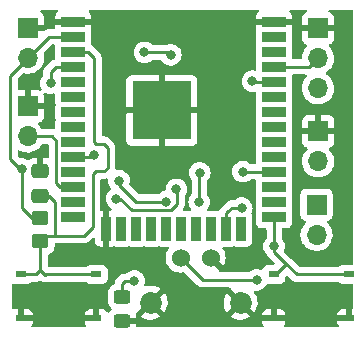
<source format=gtl>
G04 #@! TF.GenerationSoftware,KiCad,Pcbnew,6.0.4-6f826c9f35~116~ubuntu20.04.1*
G04 #@! TF.CreationDate,2022-03-23T14:40:52-04:00*
G04 #@! TF.ProjectId,ESP32 Sensing,45535033-3220-4536-956e-73696e672e6b,rev?*
G04 #@! TF.SameCoordinates,Original*
G04 #@! TF.FileFunction,Copper,L1,Top*
G04 #@! TF.FilePolarity,Positive*
%FSLAX46Y46*%
G04 Gerber Fmt 4.6, Leading zero omitted, Abs format (unit mm)*
G04 Created by KiCad (PCBNEW 6.0.4-6f826c9f35~116~ubuntu20.04.1) date 2022-03-23 14:40:52*
%MOMM*%
%LPD*%
G01*
G04 APERTURE LIST*
G04 Aperture macros list*
%AMRoundRect*
0 Rectangle with rounded corners*
0 $1 Rounding radius*
0 $2 $3 $4 $5 $6 $7 $8 $9 X,Y pos of 4 corners*
0 Add a 4 corners polygon primitive as box body*
4,1,4,$2,$3,$4,$5,$6,$7,$8,$9,$2,$3,0*
0 Add four circle primitives for the rounded corners*
1,1,$1+$1,$2,$3*
1,1,$1+$1,$4,$5*
1,1,$1+$1,$6,$7*
1,1,$1+$1,$8,$9*
0 Add four rect primitives between the rounded corners*
20,1,$1+$1,$2,$3,$4,$5,0*
20,1,$1+$1,$4,$5,$6,$7,0*
20,1,$1+$1,$6,$7,$8,$9,0*
20,1,$1+$1,$8,$9,$2,$3,0*%
G04 Aperture macros list end*
G04 #@! TA.AperFunction,ComponentPad*
%ADD10R,1.700000X1.700000*%
G04 #@! TD*
G04 #@! TA.AperFunction,ComponentPad*
%ADD11O,1.700000X1.700000*%
G04 #@! TD*
G04 #@! TA.AperFunction,SMDPad,CuDef*
%ADD12R,0.952500X0.558800*%
G04 #@! TD*
G04 #@! TA.AperFunction,SMDPad,CuDef*
%ADD13R,2.000000X0.900000*%
G04 #@! TD*
G04 #@! TA.AperFunction,SMDPad,CuDef*
%ADD14R,0.900000X2.000000*%
G04 #@! TD*
G04 #@! TA.AperFunction,SMDPad,CuDef*
%ADD15R,5.000000X5.000000*%
G04 #@! TD*
G04 #@! TA.AperFunction,SMDPad,CuDef*
%ADD16RoundRect,0.250000X-0.450000X0.350000X-0.450000X-0.350000X0.450000X-0.350000X0.450000X0.350000X0*%
G04 #@! TD*
G04 #@! TA.AperFunction,SMDPad,CuDef*
%ADD17RoundRect,0.250000X0.450000X-0.325000X0.450000X0.325000X-0.450000X0.325000X-0.450000X-0.325000X0*%
G04 #@! TD*
G04 #@! TA.AperFunction,ComponentPad*
%ADD18C,1.524000*%
G04 #@! TD*
G04 #@! TA.AperFunction,ComponentPad*
%ADD19C,1.850000*%
G04 #@! TD*
G04 #@! TA.AperFunction,SMDPad,CuDef*
%ADD20RoundRect,0.250000X0.475000X-0.337500X0.475000X0.337500X-0.475000X0.337500X-0.475000X-0.337500X0*%
G04 #@! TD*
G04 #@! TA.AperFunction,ViaPad*
%ADD21C,0.800000*%
G04 #@! TD*
G04 #@! TA.AperFunction,Conductor*
%ADD22C,0.250000*%
G04 #@! TD*
G04 APERTURE END LIST*
D10*
X119239515Y-104601318D03*
D11*
X119239515Y-107141318D03*
D10*
X143700520Y-112925392D03*
D11*
X143700520Y-115465392D03*
D12*
X146445634Y-122526537D03*
X140082934Y-122526537D03*
X146445634Y-118818137D03*
X140082934Y-118818137D03*
D10*
X143817774Y-97982584D03*
D11*
X143817774Y-100522584D03*
X143817774Y-103062584D03*
D10*
X119276904Y-97925948D03*
D11*
X119276904Y-100465948D03*
D13*
X123105480Y-97442839D03*
X123105480Y-98712839D03*
X123105480Y-99982839D03*
X123105480Y-101252839D03*
X123105480Y-102522839D03*
X123105480Y-103792839D03*
X123105480Y-105062839D03*
X123105480Y-106332839D03*
X123105480Y-107602839D03*
X123105480Y-108872839D03*
X123105480Y-110142839D03*
X123105480Y-111412839D03*
X123105480Y-112682839D03*
X123105480Y-113952839D03*
D14*
X125890480Y-114952839D03*
X127160480Y-114952839D03*
X128430480Y-114952839D03*
X129700480Y-114952839D03*
X130970480Y-114952839D03*
X132240480Y-114952839D03*
X133510480Y-114952839D03*
X134780480Y-114952839D03*
X136050480Y-114952839D03*
X137320480Y-114952839D03*
D13*
X140105480Y-113952839D03*
X140105480Y-112682839D03*
X140105480Y-111412839D03*
X140105480Y-110142839D03*
X140105480Y-108872839D03*
X140105480Y-107602839D03*
X140105480Y-106332839D03*
X140105480Y-105062839D03*
X140105480Y-103792839D03*
X140105480Y-102522839D03*
X140105480Y-101252839D03*
X140105480Y-99982839D03*
X140105480Y-98712839D03*
X140105480Y-97442839D03*
D15*
X130605480Y-104942839D03*
D10*
X143852139Y-106714365D03*
D11*
X143852139Y-109254365D03*
D16*
X120315510Y-114035132D03*
X120315510Y-116035132D03*
D17*
X127241392Y-122788089D03*
X127241392Y-120738089D03*
D12*
X118698442Y-122531005D03*
X125061142Y-122531005D03*
X125061142Y-118822605D03*
X118698442Y-118822605D03*
D18*
X132190868Y-117404053D03*
X134730868Y-117404053D03*
D19*
X129650868Y-121214053D03*
X137270868Y-121214053D03*
D20*
X120298802Y-112146356D03*
X120298802Y-110071356D03*
D21*
X127664031Y-97658128D03*
X123245972Y-116692669D03*
X133632505Y-101362753D03*
X126929513Y-101505402D03*
X121070824Y-105819723D03*
X120565411Y-108473077D03*
X130810000Y-109220000D03*
X137348064Y-108208835D03*
X138274567Y-102460801D03*
X130993653Y-112662912D03*
X131363017Y-100228641D03*
X129135862Y-100027345D03*
X126974436Y-110876018D03*
X118765049Y-109888189D03*
X121184527Y-102629034D03*
X137477408Y-110125483D03*
X126763166Y-112420435D03*
X131833547Y-111617066D03*
X133820489Y-110219552D03*
X133759271Y-112686258D03*
X137369467Y-113194189D03*
X140105480Y-116434520D03*
X124880824Y-108703219D03*
X138634676Y-119293820D03*
X128270000Y-119380000D03*
D22*
X120315510Y-118416195D02*
X120321158Y-118416195D01*
X120315510Y-118416195D02*
X119909100Y-118822605D01*
X126033373Y-109771220D02*
X125724087Y-110080506D01*
X124005828Y-115544571D02*
X121543657Y-115544571D01*
X120298802Y-112146356D02*
X121018858Y-112146356D01*
X125071148Y-107778039D02*
X125689721Y-107778039D01*
X119909100Y-118822605D02*
X118698442Y-118822605D01*
X124761861Y-110355428D02*
X124761861Y-114788538D01*
X124864957Y-100492316D02*
X124864957Y-107571848D01*
X121551869Y-112679367D02*
X121551869Y-115536359D01*
X125689721Y-107778039D02*
X126033373Y-108121691D01*
X124355480Y-99982839D02*
X124864957Y-100492316D01*
X125036783Y-110080506D02*
X124761861Y-110355428D01*
X126033373Y-108121691D02*
X126033373Y-109771220D01*
X120748698Y-118843735D02*
X120769828Y-118822605D01*
X121551869Y-115536359D02*
X121543657Y-115544571D01*
X124761861Y-114788538D02*
X124005828Y-115544571D01*
X123105480Y-99982839D02*
X124355480Y-99982839D01*
X125724087Y-110080506D02*
X125036783Y-110080506D01*
X120806071Y-115544571D02*
X120315510Y-116035132D01*
X121543657Y-115544571D02*
X120806071Y-115544571D01*
X120315510Y-116035132D02*
X120315510Y-118416195D01*
X120321158Y-118416195D02*
X120748698Y-118843735D01*
X121018858Y-112146356D02*
X121551869Y-112679367D01*
X120769828Y-118822605D02*
X125061142Y-118822605D01*
X124864957Y-107571848D02*
X125071148Y-107778039D01*
X125946172Y-115008531D02*
X125890480Y-114952839D01*
X140105480Y-101252839D02*
X143087519Y-101252839D01*
X143087519Y-101252839D02*
X143817774Y-100522584D01*
X138274567Y-102460801D02*
X138336605Y-102522839D01*
X138336605Y-102522839D02*
X140105480Y-102522839D01*
X131161721Y-100027345D02*
X131363017Y-100228641D01*
X117760498Y-101982354D02*
X117760498Y-109064080D01*
X121030013Y-98712839D02*
X119276904Y-100465948D01*
X117760498Y-109064080D02*
X117782644Y-109086226D01*
X128397358Y-112662912D02*
X130993653Y-112662912D01*
X129135862Y-100027345D02*
X131161721Y-100027345D01*
X119583847Y-114035132D02*
X118765049Y-113216334D01*
X123105480Y-98712839D02*
X121030013Y-98712839D01*
X117782644Y-109086226D02*
X118584607Y-109888189D01*
X120315510Y-114035132D02*
X119583847Y-114035132D01*
X126974436Y-110876018D02*
X126974436Y-111239990D01*
X118584607Y-109888189D02*
X118765049Y-109888189D01*
X118765049Y-113216334D02*
X118765049Y-109888189D01*
X119276904Y-100465948D02*
X117760498Y-101982354D01*
X126974436Y-111239990D02*
X128397358Y-112662912D01*
X121184527Y-101695549D02*
X121627237Y-101252839D01*
X121184527Y-102629034D02*
X121184527Y-101695549D01*
X121627237Y-101252839D02*
X123105480Y-101252839D01*
X131346557Y-113410758D02*
X128044601Y-113410758D01*
X140105480Y-110142839D02*
X137494764Y-110142839D01*
X126763166Y-112420435D02*
X127054278Y-112420435D01*
X127054278Y-112420435D02*
X128044601Y-113410758D01*
X137494764Y-110142839D02*
X137477408Y-110125483D01*
X131915599Y-112841716D02*
X131346557Y-113410758D01*
X131915599Y-111699118D02*
X131915599Y-112841716D01*
X131833547Y-111617066D02*
X131915599Y-111699118D01*
X133759271Y-110280770D02*
X133759271Y-112686258D01*
X136242832Y-113468978D02*
X136517621Y-113194189D01*
X136517621Y-113194189D02*
X137369467Y-113194189D01*
X136050480Y-113661330D02*
X136242832Y-113468978D01*
X136050480Y-114952839D02*
X136050480Y-113661330D01*
X133820489Y-110219552D02*
X133759271Y-110280770D01*
X140082934Y-118818137D02*
X140261863Y-118818137D01*
X142011297Y-118818137D02*
X146445634Y-118818137D01*
X140105480Y-116434520D02*
X140105480Y-116912320D01*
X140261863Y-118818137D02*
X141136580Y-117943420D01*
X140105480Y-113952839D02*
X140105480Y-116434520D01*
X141136580Y-117943420D02*
X142011297Y-118818137D01*
X140105480Y-116912320D02*
X141136580Y-117943420D01*
X124711204Y-108872839D02*
X123105480Y-108872839D01*
X124880824Y-108703219D02*
X124711204Y-108872839D01*
X121263810Y-107141318D02*
X121670259Y-107547767D01*
X121670259Y-107547767D02*
X121670259Y-111069470D01*
X121670259Y-111069470D02*
X122013628Y-111412839D01*
X122013628Y-111412839D02*
X123105480Y-111412839D01*
X119239515Y-107141318D02*
X121263810Y-107141318D01*
X138634676Y-119293820D02*
X134080635Y-119293820D01*
X134080635Y-119293820D02*
X132190868Y-117404053D01*
X127464566Y-119380000D02*
X127241392Y-119603174D01*
X127241392Y-119603174D02*
X127241392Y-120738089D01*
X128270000Y-119380000D02*
X127464566Y-119380000D01*
G04 #@! TA.AperFunction,Conductor*
G36*
X126028320Y-110720622D02*
G01*
X126063582Y-110782243D01*
X126066331Y-110824649D01*
X126065787Y-110829829D01*
X126060932Y-110876018D01*
X126061622Y-110882583D01*
X126077535Y-111033983D01*
X126080894Y-111065946D01*
X126139909Y-111247574D01*
X126235396Y-111412962D01*
X126239814Y-111417869D01*
X126239815Y-111417870D01*
X126287612Y-111470954D01*
X126318330Y-111534961D01*
X126309565Y-111605415D01*
X126268038Y-111657199D01*
X126151913Y-111741569D01*
X126147492Y-111746479D01*
X126147491Y-111746480D01*
X126031164Y-111875675D01*
X126024126Y-111883491D01*
X125928639Y-112048879D01*
X125869624Y-112230507D01*
X125849662Y-112420435D01*
X125850352Y-112427000D01*
X125864397Y-112560627D01*
X125869624Y-112610363D01*
X125928639Y-112791991D01*
X125931942Y-112797713D01*
X125931943Y-112797714D01*
X125940099Y-112811841D01*
X126024126Y-112957379D01*
X126028544Y-112962286D01*
X126028545Y-112962287D01*
X126105316Y-113047550D01*
X126151913Y-113099301D01*
X126306261Y-113211442D01*
X126306263Y-113211444D01*
X126306414Y-113211553D01*
X126306394Y-113211581D01*
X126353614Y-113261105D01*
X126367048Y-113330819D01*
X126340660Y-113396729D01*
X126282827Y-113437910D01*
X126241619Y-113444839D01*
X126162595Y-113444839D01*
X126147356Y-113449314D01*
X126146151Y-113450704D01*
X126144480Y-113458387D01*
X126144480Y-116442723D01*
X126148955Y-116457962D01*
X126150345Y-116459167D01*
X126158028Y-116460838D01*
X126385149Y-116460838D01*
X126391970Y-116460468D01*
X126442832Y-116454944D01*
X126458080Y-116451319D01*
X126480537Y-116442900D01*
X126551344Y-116437717D01*
X126568990Y-116442897D01*
X126600164Y-116454584D01*
X126662346Y-116461339D01*
X127658614Y-116461339D01*
X127720796Y-116454584D01*
X127751251Y-116443167D01*
X127822057Y-116437984D01*
X127839704Y-116443165D01*
X127870164Y-116454584D01*
X127932346Y-116461339D01*
X128928614Y-116461339D01*
X128990796Y-116454584D01*
X129021251Y-116443167D01*
X129092057Y-116437984D01*
X129109704Y-116443165D01*
X129140164Y-116454584D01*
X129202346Y-116461339D01*
X130198614Y-116461339D01*
X130260796Y-116454584D01*
X130291251Y-116443167D01*
X130362057Y-116437984D01*
X130379704Y-116443165D01*
X130410164Y-116454584D01*
X130472346Y-116461339D01*
X131057926Y-116461339D01*
X131126047Y-116481341D01*
X131172540Y-116534997D01*
X131182644Y-116605271D01*
X131161139Y-116659610D01*
X131086380Y-116766377D01*
X131084057Y-116771359D01*
X131084054Y-116771364D01*
X131061772Y-116819149D01*
X130992428Y-116967857D01*
X130934890Y-117182590D01*
X130915515Y-117404053D01*
X130934890Y-117625516D01*
X130936314Y-117630829D01*
X130985701Y-117815142D01*
X130992428Y-117840249D01*
X130994750Y-117845230D01*
X130994751Y-117845231D01*
X131084054Y-118036742D01*
X131084057Y-118036747D01*
X131086380Y-118041729D01*
X131089536Y-118046236D01*
X131089537Y-118046238D01*
X131189574Y-118189105D01*
X131213891Y-118223834D01*
X131371087Y-118381030D01*
X131375595Y-118384187D01*
X131375598Y-118384189D01*
X131434582Y-118425490D01*
X131553191Y-118508541D01*
X131558173Y-118510864D01*
X131558178Y-118510867D01*
X131719725Y-118586197D01*
X131754672Y-118602493D01*
X131759980Y-118603915D01*
X131759982Y-118603916D01*
X131825817Y-118621556D01*
X131969405Y-118660031D01*
X132190868Y-118679406D01*
X132412331Y-118660031D01*
X132428510Y-118655696D01*
X132451384Y-118649567D01*
X132522361Y-118651257D01*
X132573090Y-118682179D01*
X133077440Y-119186530D01*
X133576983Y-119686073D01*
X133584523Y-119694359D01*
X133588635Y-119700838D01*
X133594412Y-119706263D01*
X133638286Y-119747463D01*
X133641128Y-119750218D01*
X133660865Y-119769955D01*
X133664062Y-119772435D01*
X133673082Y-119780138D01*
X133705314Y-119810406D01*
X133712260Y-119814225D01*
X133712263Y-119814227D01*
X133723069Y-119820168D01*
X133739588Y-119831019D01*
X133755594Y-119843434D01*
X133762863Y-119846579D01*
X133762867Y-119846582D01*
X133796172Y-119860994D01*
X133806822Y-119866211D01*
X133845575Y-119887515D01*
X133853250Y-119889486D01*
X133853251Y-119889486D01*
X133865197Y-119892553D01*
X133883902Y-119898957D01*
X133902490Y-119907001D01*
X133910313Y-119908240D01*
X133910323Y-119908243D01*
X133946159Y-119913919D01*
X133957779Y-119916325D01*
X133992924Y-119925348D01*
X134000605Y-119927320D01*
X134020859Y-119927320D01*
X134040569Y-119928871D01*
X134060578Y-119932040D01*
X134068470Y-119931294D01*
X134104596Y-119927879D01*
X134116454Y-119927320D01*
X136330112Y-119927320D01*
X136398233Y-119947322D01*
X136444726Y-120000978D01*
X136447627Y-120016995D01*
X136465266Y-120049241D01*
X138435084Y-122019059D01*
X138447094Y-122025617D01*
X138458834Y-122016649D01*
X138500379Y-121958833D01*
X138505689Y-121949996D01*
X138605510Y-121748025D01*
X138609308Y-121738432D01*
X138674803Y-121522863D01*
X138676980Y-121512793D01*
X138706625Y-121287617D01*
X138707144Y-121280942D01*
X138708697Y-121217417D01*
X138708503Y-121210699D01*
X138689895Y-120984366D01*
X138688210Y-120974186D01*
X138633324Y-120755676D01*
X138630004Y-120745925D01*
X138540164Y-120539304D01*
X138535298Y-120530229D01*
X138448952Y-120396760D01*
X138428745Y-120328700D01*
X138448541Y-120260519D01*
X138502056Y-120213865D01*
X138554744Y-120202320D01*
X138730163Y-120202320D01*
X138736615Y-120200948D01*
X138736620Y-120200948D01*
X138823564Y-120182467D01*
X138916964Y-120162614D01*
X139063667Y-120097298D01*
X139085398Y-120087623D01*
X139085400Y-120087622D01*
X139091428Y-120084938D01*
X139245929Y-119972686D01*
X139282527Y-119932040D01*
X139369297Y-119835672D01*
X139369298Y-119835671D01*
X139373716Y-119830764D01*
X139467090Y-119669036D01*
X139518471Y-119620044D01*
X139576208Y-119606037D01*
X140607318Y-119606037D01*
X140669500Y-119599282D01*
X140805889Y-119548152D01*
X140922445Y-119460798D01*
X141009799Y-119344242D01*
X141060929Y-119207853D01*
X141067684Y-119145671D01*
X141067684Y-119074618D01*
X141087686Y-119006497D01*
X141141342Y-118960004D01*
X141211616Y-118949900D01*
X141276196Y-118979394D01*
X141282779Y-118985523D01*
X141507640Y-119210384D01*
X141515184Y-119218674D01*
X141519297Y-119225155D01*
X141525074Y-119230580D01*
X141568964Y-119271795D01*
X141571806Y-119274550D01*
X141591528Y-119294272D01*
X141594652Y-119296695D01*
X141594656Y-119296699D01*
X141594721Y-119296749D01*
X141603742Y-119304454D01*
X141635976Y-119334723D01*
X141642924Y-119338542D01*
X141642926Y-119338544D01*
X141653729Y-119344483D01*
X141670256Y-119355339D01*
X141679995Y-119362894D01*
X141679997Y-119362895D01*
X141686257Y-119367751D01*
X141726837Y-119385311D01*
X141737485Y-119390528D01*
X141742617Y-119393349D01*
X141776237Y-119411832D01*
X141783913Y-119413803D01*
X141783916Y-119413804D01*
X141795859Y-119416870D01*
X141814564Y-119423274D01*
X141833152Y-119431318D01*
X141840975Y-119432557D01*
X141840985Y-119432560D01*
X141876821Y-119438236D01*
X141888441Y-119440642D01*
X141910277Y-119446248D01*
X141931267Y-119451637D01*
X141951521Y-119451637D01*
X141971231Y-119453188D01*
X141991240Y-119456357D01*
X141999132Y-119455611D01*
X142035258Y-119452196D01*
X142047116Y-119451637D01*
X145551924Y-119451637D01*
X145620045Y-119471639D01*
X145627489Y-119476811D01*
X145722679Y-119548152D01*
X145859068Y-119599282D01*
X145921250Y-119606037D01*
X146685500Y-119606037D01*
X146753621Y-119626039D01*
X146800114Y-119679695D01*
X146811500Y-119732037D01*
X146811500Y-121617287D01*
X146791498Y-121685408D01*
X146737842Y-121731901D01*
X146720998Y-121738183D01*
X146702510Y-121743612D01*
X146701305Y-121745002D01*
X146699634Y-121752685D01*
X146699634Y-122654537D01*
X146679632Y-122722658D01*
X146625976Y-122769151D01*
X146573634Y-122780537D01*
X145479500Y-122780537D01*
X145464261Y-122785012D01*
X145463056Y-122786402D01*
X145461385Y-122794085D01*
X145461385Y-122850606D01*
X145461755Y-122857427D01*
X145467279Y-122908289D01*
X145470905Y-122923541D01*
X145516060Y-123043991D01*
X145524598Y-123059586D01*
X145566080Y-123114935D01*
X145590928Y-123181442D01*
X145575875Y-123250824D01*
X145525701Y-123301054D01*
X145465254Y-123316500D01*
X141063314Y-123316500D01*
X140995193Y-123296498D01*
X140948700Y-123242842D01*
X140938596Y-123172568D01*
X140962488Y-123114935D01*
X141003970Y-123059586D01*
X141012508Y-123043991D01*
X141057662Y-122923543D01*
X141061289Y-122908288D01*
X141066815Y-122857423D01*
X141067184Y-122850609D01*
X141067184Y-122798652D01*
X141062709Y-122783413D01*
X141061319Y-122782208D01*
X141053636Y-122780537D01*
X139116800Y-122780537D01*
X139101561Y-122785012D01*
X139100356Y-122786402D01*
X139098685Y-122794085D01*
X139098685Y-122850606D01*
X139099055Y-122857427D01*
X139104579Y-122908289D01*
X139108205Y-122923541D01*
X139153360Y-123043991D01*
X139161898Y-123059586D01*
X139203380Y-123114935D01*
X139228228Y-123181442D01*
X139213175Y-123250824D01*
X139163001Y-123301054D01*
X139102554Y-123316500D01*
X128573281Y-123316500D01*
X128505160Y-123296498D01*
X128458667Y-123242842D01*
X128447937Y-123177662D01*
X128449064Y-123166661D01*
X128449392Y-123160235D01*
X128449392Y-123060204D01*
X128444917Y-123044965D01*
X128443527Y-123043760D01*
X128435844Y-123042089D01*
X127113392Y-123042089D01*
X127045271Y-123022087D01*
X126998778Y-122968431D01*
X126987392Y-122916089D01*
X126987392Y-122660089D01*
X127007394Y-122591968D01*
X127061050Y-122545475D01*
X127113392Y-122534089D01*
X128431276Y-122534089D01*
X128446515Y-122529614D01*
X128447720Y-122528224D01*
X128449391Y-122520541D01*
X128449391Y-122415994D01*
X128449054Y-122409475D01*
X128447421Y-122393737D01*
X128836014Y-122393737D01*
X128841295Y-122400791D01*
X129025106Y-122508201D01*
X129034393Y-122512651D01*
X129244873Y-122593025D01*
X129254771Y-122595901D01*
X129475553Y-122640819D01*
X129485781Y-122642038D01*
X129710932Y-122650295D01*
X129721218Y-122649828D01*
X129944699Y-122621199D01*
X129954777Y-122619057D01*
X130170575Y-122554314D01*
X130180173Y-122550552D01*
X130382505Y-122451432D01*
X130391343Y-122446163D01*
X130453889Y-122401550D01*
X130460023Y-122393737D01*
X136456014Y-122393737D01*
X136461295Y-122400791D01*
X136645106Y-122508201D01*
X136654393Y-122512651D01*
X136864873Y-122593025D01*
X136874771Y-122595901D01*
X137095553Y-122640819D01*
X137105781Y-122642038D01*
X137330932Y-122650295D01*
X137341218Y-122649828D01*
X137564699Y-122621199D01*
X137574777Y-122619057D01*
X137790575Y-122554314D01*
X137800173Y-122550552D01*
X138002505Y-122451432D01*
X138011343Y-122446163D01*
X138073889Y-122401550D01*
X138082289Y-122390851D01*
X138075300Y-122377695D01*
X137952027Y-122254422D01*
X139098684Y-122254422D01*
X139103159Y-122269661D01*
X139104549Y-122270866D01*
X139112232Y-122272537D01*
X139810819Y-122272537D01*
X139826058Y-122268062D01*
X139827263Y-122266672D01*
X139828934Y-122258989D01*
X139828934Y-122254422D01*
X140336934Y-122254422D01*
X140341409Y-122269661D01*
X140342799Y-122270866D01*
X140350482Y-122272537D01*
X141049068Y-122272537D01*
X141064307Y-122268062D01*
X141065512Y-122266672D01*
X141067183Y-122258989D01*
X141067183Y-122254422D01*
X145461384Y-122254422D01*
X145465859Y-122269661D01*
X145467249Y-122270866D01*
X145474932Y-122272537D01*
X146173519Y-122272537D01*
X146188758Y-122268062D01*
X146189963Y-122266672D01*
X146191634Y-122258989D01*
X146191634Y-121757253D01*
X146187159Y-121742014D01*
X146185769Y-121740809D01*
X146178086Y-121739138D01*
X145924715Y-121739138D01*
X145917894Y-121739508D01*
X145867032Y-121745032D01*
X145851780Y-121748658D01*
X145731330Y-121793813D01*
X145715735Y-121802351D01*
X145613660Y-121878852D01*
X145601099Y-121891413D01*
X145524598Y-121993488D01*
X145516060Y-122009083D01*
X145470906Y-122129531D01*
X145467279Y-122144786D01*
X145461753Y-122195651D01*
X145461384Y-122202465D01*
X145461384Y-122254422D01*
X141067183Y-122254422D01*
X141067183Y-122202468D01*
X141066813Y-122195647D01*
X141061289Y-122144785D01*
X141057663Y-122129533D01*
X141012508Y-122009083D01*
X141003970Y-121993488D01*
X140927469Y-121891413D01*
X140914908Y-121878852D01*
X140812833Y-121802351D01*
X140797238Y-121793813D01*
X140676790Y-121748659D01*
X140661535Y-121745032D01*
X140610670Y-121739506D01*
X140603856Y-121739137D01*
X140355049Y-121739137D01*
X140339810Y-121743612D01*
X140338605Y-121745002D01*
X140336934Y-121752685D01*
X140336934Y-122254422D01*
X139828934Y-122254422D01*
X139828934Y-121757253D01*
X139824459Y-121742014D01*
X139823069Y-121740809D01*
X139815386Y-121739138D01*
X139562015Y-121739138D01*
X139555194Y-121739508D01*
X139504332Y-121745032D01*
X139489080Y-121748658D01*
X139368630Y-121793813D01*
X139353035Y-121802351D01*
X139250960Y-121878852D01*
X139238399Y-121891413D01*
X139161898Y-121993488D01*
X139153360Y-122009083D01*
X139108206Y-122129531D01*
X139104579Y-122144786D01*
X139099053Y-122195651D01*
X139098684Y-122202465D01*
X139098684Y-122254422D01*
X137952027Y-122254422D01*
X137283680Y-121586075D01*
X137269736Y-121578461D01*
X137267903Y-121578592D01*
X137261288Y-121582843D01*
X136462774Y-122381357D01*
X136456014Y-122393737D01*
X130460023Y-122393737D01*
X130462289Y-122390851D01*
X130455300Y-122377695D01*
X129663680Y-121586075D01*
X129649736Y-121578461D01*
X129647903Y-121578592D01*
X129641288Y-121582843D01*
X128842774Y-122381357D01*
X128836014Y-122393737D01*
X128447421Y-122393737D01*
X128439135Y-122313883D01*
X128436242Y-122300486D01*
X128397887Y-122185518D01*
X128395303Y-122114569D01*
X128431487Y-122053485D01*
X128467536Y-122029934D01*
X128482020Y-122023691D01*
X129290526Y-121215185D01*
X130015276Y-121215185D01*
X130015407Y-121217018D01*
X130019658Y-121223633D01*
X130815084Y-122019059D01*
X130827094Y-122025617D01*
X130838834Y-122016649D01*
X130880379Y-121958833D01*
X130885689Y-121949996D01*
X130985510Y-121748025D01*
X130989308Y-121738432D01*
X131054803Y-121522863D01*
X131056980Y-121512793D01*
X131086625Y-121287617D01*
X131087144Y-121280942D01*
X131088697Y-121217417D01*
X131088503Y-121210699D01*
X131086314Y-121184078D01*
X135833683Y-121184078D01*
X135846654Y-121409013D01*
X135848087Y-121419215D01*
X135897617Y-121638998D01*
X135900700Y-121648838D01*
X135985462Y-121857580D01*
X135990115Y-121866791D01*
X136082785Y-122018013D01*
X136093243Y-122027475D01*
X136102019Y-122023692D01*
X136898846Y-121226865D01*
X136906460Y-121212921D01*
X136906329Y-121211088D01*
X136902078Y-121204473D01*
X136106743Y-120409138D01*
X136095207Y-120402838D01*
X136082925Y-120412461D01*
X136023525Y-120499538D01*
X136018436Y-120508497D01*
X135923574Y-120712860D01*
X135920017Y-120722528D01*
X135859808Y-120939633D01*
X135857877Y-120949752D01*
X135833935Y-121173789D01*
X135833683Y-121184078D01*
X131086314Y-121184078D01*
X131069895Y-120984366D01*
X131068210Y-120974186D01*
X131013324Y-120755676D01*
X131010004Y-120745925D01*
X130920164Y-120539304D01*
X130915298Y-120530229D01*
X130838172Y-120411012D01*
X130827486Y-120401808D01*
X130817919Y-120406212D01*
X130022890Y-121201241D01*
X130015276Y-121215185D01*
X129290526Y-121215185D01*
X130457658Y-120048053D01*
X130464679Y-120035196D01*
X130456906Y-120024528D01*
X130450654Y-120019591D01*
X130442073Y-120013889D01*
X130244823Y-119905001D01*
X130235428Y-119900780D01*
X130023048Y-119825572D01*
X130013085Y-119822940D01*
X129791275Y-119783429D01*
X129781024Y-119782460D01*
X129555734Y-119779708D01*
X129545450Y-119780428D01*
X129322747Y-119814506D01*
X129312723Y-119816894D01*
X129291595Y-119823799D01*
X129220631Y-119825949D01*
X129159770Y-119789391D01*
X129128335Y-119725733D01*
X129132619Y-119665099D01*
X129163542Y-119569928D01*
X129165500Y-119551304D01*
X129182814Y-119386565D01*
X129183504Y-119380000D01*
X129173562Y-119285406D01*
X129164232Y-119196635D01*
X129164232Y-119196633D01*
X129163542Y-119190072D01*
X129104527Y-119008444D01*
X129009040Y-118843056D01*
X128992882Y-118825110D01*
X128885675Y-118706045D01*
X128885674Y-118706044D01*
X128881253Y-118701134D01*
X128757298Y-118611075D01*
X128732094Y-118592763D01*
X128732093Y-118592762D01*
X128726752Y-118588882D01*
X128720724Y-118586198D01*
X128720722Y-118586197D01*
X128558319Y-118513891D01*
X128558318Y-118513891D01*
X128552288Y-118511206D01*
X128455359Y-118490603D01*
X128371944Y-118472872D01*
X128371939Y-118472872D01*
X128365487Y-118471500D01*
X128174513Y-118471500D01*
X128168061Y-118472872D01*
X128168056Y-118472872D01*
X128084641Y-118490603D01*
X127987712Y-118511206D01*
X127981682Y-118513891D01*
X127981681Y-118513891D01*
X127819278Y-118586197D01*
X127819276Y-118586198D01*
X127813248Y-118588882D01*
X127807907Y-118592762D01*
X127807906Y-118592763D01*
X127721046Y-118655871D01*
X127658747Y-118701134D01*
X127654332Y-118706037D01*
X127649420Y-118710460D01*
X127648295Y-118709211D01*
X127594986Y-118742051D01*
X127561800Y-118746500D01*
X127543334Y-118746500D01*
X127532151Y-118745973D01*
X127524658Y-118744298D01*
X127516732Y-118744547D01*
X127516731Y-118744547D01*
X127456568Y-118746438D01*
X127452610Y-118746500D01*
X127424710Y-118746500D01*
X127420720Y-118747004D01*
X127408886Y-118747936D01*
X127364677Y-118749326D01*
X127357063Y-118751538D01*
X127357058Y-118751539D01*
X127345225Y-118754977D01*
X127325862Y-118758988D01*
X127305769Y-118761526D01*
X127298402Y-118764443D01*
X127298397Y-118764444D01*
X127264658Y-118777802D01*
X127253431Y-118781646D01*
X127210973Y-118793982D01*
X127204147Y-118798019D01*
X127193538Y-118804293D01*
X127175790Y-118812988D01*
X127156949Y-118820448D01*
X127150533Y-118825110D01*
X127150532Y-118825110D01*
X127121179Y-118846436D01*
X127111259Y-118852952D01*
X127080031Y-118871420D01*
X127080028Y-118871422D01*
X127073204Y-118875458D01*
X127058880Y-118889782D01*
X127043853Y-118902617D01*
X127027459Y-118914528D01*
X127022406Y-118920636D01*
X126999274Y-118948597D01*
X126991286Y-118957375D01*
X126849136Y-119099526D01*
X126840854Y-119107062D01*
X126834374Y-119111174D01*
X126828947Y-119116953D01*
X126828946Y-119116954D01*
X126787748Y-119160826D01*
X126784993Y-119163668D01*
X126765257Y-119183404D01*
X126762777Y-119186601D01*
X126755074Y-119195621D01*
X126724806Y-119227853D01*
X126720987Y-119234799D01*
X126720985Y-119234802D01*
X126715044Y-119245608D01*
X126704193Y-119262127D01*
X126691778Y-119278133D01*
X126688633Y-119285402D01*
X126688630Y-119285406D01*
X126674218Y-119318711D01*
X126669001Y-119329361D01*
X126647697Y-119368114D01*
X126645726Y-119375789D01*
X126645726Y-119375790D01*
X126642659Y-119387736D01*
X126636255Y-119406440D01*
X126628211Y-119425029D01*
X126626972Y-119432852D01*
X126626969Y-119432862D01*
X126621293Y-119468698D01*
X126618887Y-119480318D01*
X126618467Y-119481955D01*
X126607892Y-119523144D01*
X126607892Y-119543398D01*
X126606341Y-119563108D01*
X126603172Y-119583117D01*
X126603794Y-119589694D01*
X126581846Y-119656594D01*
X126526756Y-119701379D01*
X126517938Y-119704693D01*
X126467446Y-119721539D01*
X126461222Y-119725390D01*
X126461221Y-119725391D01*
X126450481Y-119732037D01*
X126317044Y-119814611D01*
X126311871Y-119819793D01*
X126307872Y-119823799D01*
X126192087Y-119939786D01*
X126188247Y-119946016D01*
X126188246Y-119946017D01*
X126118685Y-120058866D01*
X126099277Y-120090351D01*
X126043595Y-120258228D01*
X126032892Y-120362689D01*
X126032892Y-121113489D01*
X126033229Y-121116735D01*
X126033229Y-121116739D01*
X126043019Y-121211088D01*
X126043866Y-121219255D01*
X126099842Y-121387035D01*
X126192914Y-121537437D01*
X126318089Y-121662394D01*
X126322627Y-121665191D01*
X126363216Y-121722442D01*
X126366446Y-121793365D01*
X126330820Y-121854776D01*
X126322324Y-121862151D01*
X126312185Y-121870187D01*
X126197653Y-121984918D01*
X126184104Y-122002074D01*
X126181678Y-122000158D01*
X126139238Y-122038346D01*
X126069166Y-122049764D01*
X126004044Y-122021486D01*
X125983933Y-122000298D01*
X125905677Y-121895881D01*
X125893116Y-121883320D01*
X125791041Y-121806819D01*
X125775446Y-121798281D01*
X125654998Y-121753127D01*
X125639743Y-121749500D01*
X125588878Y-121743974D01*
X125582064Y-121743605D01*
X125333257Y-121743605D01*
X125318018Y-121748080D01*
X125316813Y-121749470D01*
X125315142Y-121757153D01*
X125315142Y-122659005D01*
X125295140Y-122727126D01*
X125241484Y-122773619D01*
X125189142Y-122785005D01*
X124095008Y-122785005D01*
X124079769Y-122789480D01*
X124078564Y-122790870D01*
X124076893Y-122798553D01*
X124076893Y-122855074D01*
X124077263Y-122861895D01*
X124082787Y-122912757D01*
X124086413Y-122928009D01*
X124131568Y-123048459D01*
X124140105Y-123064053D01*
X124178240Y-123114936D01*
X124203087Y-123181442D01*
X124188034Y-123250825D01*
X124137859Y-123301054D01*
X124077413Y-123316500D01*
X119682171Y-123316500D01*
X119614050Y-123296498D01*
X119567557Y-123242842D01*
X119557453Y-123172568D01*
X119581344Y-123114936D01*
X119619479Y-123064053D01*
X119628016Y-123048459D01*
X119673170Y-122928011D01*
X119676797Y-122912756D01*
X119682323Y-122861891D01*
X119682692Y-122855077D01*
X119682692Y-122803120D01*
X119678217Y-122787881D01*
X119676827Y-122786676D01*
X119669144Y-122785005D01*
X118570442Y-122785005D01*
X118502321Y-122765003D01*
X118455828Y-122711347D01*
X118444442Y-122659005D01*
X118444442Y-122258890D01*
X118952442Y-122258890D01*
X118956917Y-122274129D01*
X118958307Y-122275334D01*
X118965990Y-122277005D01*
X119664576Y-122277005D01*
X119679815Y-122272530D01*
X119681020Y-122271140D01*
X119682691Y-122263457D01*
X119682691Y-122258890D01*
X124076892Y-122258890D01*
X124081367Y-122274129D01*
X124082757Y-122275334D01*
X124090440Y-122277005D01*
X124789027Y-122277005D01*
X124804266Y-122272530D01*
X124805471Y-122271140D01*
X124807142Y-122263457D01*
X124807142Y-121761721D01*
X124802667Y-121746482D01*
X124801277Y-121745277D01*
X124793594Y-121743606D01*
X124540223Y-121743606D01*
X124533402Y-121743976D01*
X124482540Y-121749500D01*
X124467288Y-121753126D01*
X124346838Y-121798281D01*
X124331243Y-121806819D01*
X124229168Y-121883320D01*
X124216607Y-121895881D01*
X124140106Y-121997956D01*
X124131568Y-122013551D01*
X124086414Y-122133999D01*
X124082787Y-122149254D01*
X124077261Y-122200119D01*
X124076892Y-122206933D01*
X124076892Y-122258890D01*
X119682691Y-122258890D01*
X119682691Y-122206936D01*
X119682321Y-122200115D01*
X119676797Y-122149253D01*
X119673171Y-122134001D01*
X119628016Y-122013551D01*
X119619478Y-121997956D01*
X119542977Y-121895881D01*
X119530416Y-121883320D01*
X119428341Y-121806819D01*
X119412746Y-121798281D01*
X119292298Y-121753127D01*
X119277043Y-121749500D01*
X119226178Y-121743974D01*
X119219364Y-121743605D01*
X118970557Y-121743605D01*
X118955318Y-121748080D01*
X118954113Y-121749470D01*
X118952442Y-121757153D01*
X118952442Y-122258890D01*
X118444442Y-122258890D01*
X118444442Y-121761721D01*
X118439967Y-121746482D01*
X118438577Y-121745277D01*
X118430894Y-121743606D01*
X118177523Y-121743606D01*
X118170702Y-121743976D01*
X118119840Y-121749500D01*
X118104591Y-121753125D01*
X118100052Y-121754827D01*
X118029245Y-121760012D01*
X117966875Y-121726093D01*
X117932744Y-121663838D01*
X117929819Y-121636577D01*
X117930720Y-121215185D01*
X117933918Y-119718565D01*
X117954066Y-119650488D01*
X118007821Y-119604110D01*
X118078116Y-119594156D01*
X118104146Y-119600853D01*
X118104471Y-119600975D01*
X118104478Y-119600977D01*
X118111876Y-119603750D01*
X118174058Y-119610505D01*
X119222826Y-119610505D01*
X119285008Y-119603750D01*
X119421397Y-119552620D01*
X119516587Y-119481279D01*
X119583093Y-119456431D01*
X119592152Y-119456105D01*
X119830333Y-119456105D01*
X119841516Y-119456632D01*
X119849009Y-119458307D01*
X119856935Y-119458058D01*
X119856936Y-119458058D01*
X119917086Y-119456167D01*
X119921045Y-119456105D01*
X119948956Y-119456105D01*
X119952891Y-119455608D01*
X119952956Y-119455600D01*
X119964793Y-119454667D01*
X119997347Y-119453644D01*
X120001070Y-119453527D01*
X120008989Y-119453278D01*
X120028443Y-119447626D01*
X120047800Y-119443618D01*
X120060030Y-119442073D01*
X120060031Y-119442073D01*
X120067897Y-119441079D01*
X120075268Y-119438160D01*
X120075270Y-119438160D01*
X120109012Y-119424801D01*
X120120242Y-119420956D01*
X120155083Y-119410834D01*
X120155084Y-119410834D01*
X120162693Y-119408623D01*
X120169512Y-119404590D01*
X120169517Y-119404588D01*
X120180128Y-119398312D01*
X120197876Y-119389617D01*
X120216717Y-119382157D01*
X120236046Y-119368114D01*
X120236905Y-119367490D01*
X120303774Y-119343633D01*
X120372925Y-119359715D01*
X120381788Y-119365217D01*
X120383842Y-119366613D01*
X120389788Y-119371855D01*
X120396852Y-119375454D01*
X120396853Y-119375455D01*
X120397127Y-119375595D01*
X120417148Y-119388301D01*
X120417388Y-119388487D01*
X120417392Y-119388489D01*
X120423657Y-119393349D01*
X120430936Y-119396499D01*
X120475205Y-119415656D01*
X120482340Y-119419013D01*
X120532402Y-119444520D01*
X120540447Y-119446318D01*
X120562992Y-119453644D01*
X120570553Y-119456916D01*
X120605928Y-119462519D01*
X120626024Y-119465702D01*
X120633799Y-119467186D01*
X120653721Y-119471639D01*
X120688607Y-119479437D01*
X120696530Y-119479188D01*
X120696531Y-119479188D01*
X120696592Y-119479186D01*
X120696842Y-119479178D01*
X120720513Y-119480668D01*
X120720809Y-119480715D01*
X120720812Y-119480715D01*
X120728641Y-119481955D01*
X120736533Y-119481209D01*
X120736534Y-119481209D01*
X120784556Y-119476670D01*
X120792453Y-119476173D01*
X120825670Y-119475128D01*
X120848587Y-119474408D01*
X120856496Y-119472110D01*
X120879792Y-119467667D01*
X120880102Y-119467638D01*
X120880105Y-119467637D01*
X120887990Y-119466892D01*
X120895448Y-119464207D01*
X120897263Y-119463554D01*
X120902319Y-119462672D01*
X120903185Y-119462478D01*
X120903194Y-119462519D01*
X120939943Y-119456105D01*
X124167432Y-119456105D01*
X124235553Y-119476107D01*
X124242997Y-119481279D01*
X124338187Y-119552620D01*
X124474576Y-119603750D01*
X124536758Y-119610505D01*
X125585526Y-119610505D01*
X125647708Y-119603750D01*
X125784097Y-119552620D01*
X125900653Y-119465266D01*
X125988007Y-119348710D01*
X126039137Y-119212321D01*
X126045892Y-119150139D01*
X126045892Y-118495071D01*
X126039137Y-118432889D01*
X125988007Y-118296500D01*
X125900653Y-118179944D01*
X125784097Y-118092590D01*
X125647708Y-118041460D01*
X125585526Y-118034705D01*
X124536758Y-118034705D01*
X124474576Y-118041460D01*
X124338187Y-118092590D01*
X124307689Y-118115447D01*
X124242997Y-118163931D01*
X124176491Y-118188779D01*
X124167432Y-118189105D01*
X121075010Y-118189105D01*
X121006889Y-118169103D01*
X120960396Y-118115447D01*
X120949010Y-118063105D01*
X120949010Y-117214329D01*
X120969012Y-117146208D01*
X121022668Y-117099715D01*
X121035133Y-117094806D01*
X121082512Y-117078999D01*
X121082514Y-117078998D01*
X121089456Y-117076682D01*
X121239858Y-116983610D01*
X121364815Y-116858435D01*
X121368656Y-116852204D01*
X121453785Y-116714100D01*
X121453786Y-116714098D01*
X121457625Y-116707870D01*
X121498500Y-116584634D01*
X121511142Y-116546521D01*
X121511142Y-116546519D01*
X121513307Y-116539993D01*
X121515000Y-116523475D01*
X121521366Y-116461339D01*
X121524010Y-116435532D01*
X121524010Y-116304071D01*
X121544012Y-116235950D01*
X121597668Y-116189457D01*
X121650010Y-116178071D01*
X123927061Y-116178071D01*
X123938244Y-116178598D01*
X123945737Y-116180273D01*
X123953663Y-116180024D01*
X123953664Y-116180024D01*
X124013814Y-116178133D01*
X124017773Y-116178071D01*
X124045684Y-116178071D01*
X124049619Y-116177574D01*
X124049684Y-116177566D01*
X124061521Y-116176633D01*
X124093779Y-116175619D01*
X124097798Y-116175493D01*
X124105717Y-116175244D01*
X124125171Y-116169592D01*
X124144528Y-116165584D01*
X124156758Y-116164039D01*
X124156759Y-116164039D01*
X124164625Y-116163045D01*
X124171996Y-116160126D01*
X124171998Y-116160126D01*
X124205740Y-116146767D01*
X124216970Y-116142922D01*
X124251811Y-116132800D01*
X124251812Y-116132800D01*
X124259421Y-116130589D01*
X124266240Y-116126556D01*
X124266245Y-116126554D01*
X124276856Y-116120278D01*
X124294604Y-116111583D01*
X124313445Y-116104123D01*
X124349215Y-116078135D01*
X124359135Y-116071619D01*
X124390363Y-116053151D01*
X124390366Y-116053149D01*
X124397190Y-116049113D01*
X124411511Y-116034792D01*
X124426545Y-116021951D01*
X124436521Y-116014703D01*
X124442935Y-116010043D01*
X124471116Y-115975978D01*
X124479106Y-115967197D01*
X124717386Y-115728918D01*
X124779698Y-115694893D01*
X124850514Y-115699958D01*
X124907349Y-115742505D01*
X124932160Y-115809026D01*
X124932481Y-115818014D01*
X124932481Y-115997508D01*
X124932851Y-116004329D01*
X124938375Y-116055191D01*
X124942001Y-116070443D01*
X124987156Y-116190893D01*
X124995694Y-116206488D01*
X125072195Y-116308563D01*
X125084756Y-116321124D01*
X125186831Y-116397625D01*
X125202426Y-116406163D01*
X125322874Y-116451317D01*
X125338129Y-116454944D01*
X125388994Y-116460470D01*
X125395808Y-116460839D01*
X125618365Y-116460839D01*
X125633604Y-116456364D01*
X125634809Y-116454974D01*
X125636480Y-116447291D01*
X125636480Y-113462955D01*
X125632005Y-113447716D01*
X125630615Y-113446511D01*
X125622932Y-113444840D01*
X125521361Y-113444840D01*
X125453240Y-113424838D01*
X125406747Y-113371182D01*
X125395361Y-113318840D01*
X125395361Y-110840006D01*
X125415363Y-110771885D01*
X125469019Y-110725392D01*
X125521361Y-110714006D01*
X125645320Y-110714006D01*
X125656503Y-110714533D01*
X125663996Y-110716208D01*
X125671922Y-110715959D01*
X125671923Y-110715959D01*
X125732073Y-110714068D01*
X125736032Y-110714006D01*
X125763943Y-110714006D01*
X125767878Y-110713509D01*
X125767943Y-110713501D01*
X125779780Y-110712568D01*
X125812038Y-110711554D01*
X125816057Y-110711428D01*
X125823976Y-110711179D01*
X125843430Y-110705527D01*
X125862787Y-110701519D01*
X125875017Y-110699974D01*
X125875018Y-110699974D01*
X125882884Y-110698980D01*
X125890255Y-110696061D01*
X125890257Y-110696061D01*
X125894640Y-110694326D01*
X125965341Y-110687848D01*
X126028320Y-110720622D01*
G37*
G04 #@! TD.AperFunction*
G04 #@! TA.AperFunction,Conductor*
G36*
X121747953Y-96413502D02*
G01*
X121794446Y-96467158D01*
X121804550Y-96537432D01*
X121775056Y-96602012D01*
X121755398Y-96620325D01*
X121749758Y-96624552D01*
X121737195Y-96637115D01*
X121660694Y-96739190D01*
X121652156Y-96754785D01*
X121607002Y-96875233D01*
X121603375Y-96890488D01*
X121597849Y-96941353D01*
X121597480Y-96948167D01*
X121597480Y-97170724D01*
X121601955Y-97185963D01*
X121603345Y-97187168D01*
X121611028Y-97188839D01*
X124595364Y-97188839D01*
X124610603Y-97184364D01*
X124611808Y-97182974D01*
X124613479Y-97175291D01*
X124613479Y-96948170D01*
X124613109Y-96941349D01*
X124607585Y-96890487D01*
X124603959Y-96875235D01*
X124558804Y-96754785D01*
X124550266Y-96739190D01*
X124473765Y-96637115D01*
X124461202Y-96624552D01*
X124455562Y-96620325D01*
X124413047Y-96563466D01*
X124408023Y-96492647D01*
X124442083Y-96430354D01*
X124504414Y-96396364D01*
X124531128Y-96393500D01*
X138679832Y-96393500D01*
X138747953Y-96413502D01*
X138794446Y-96467158D01*
X138804550Y-96537432D01*
X138775056Y-96602012D01*
X138755398Y-96620325D01*
X138749758Y-96624552D01*
X138737195Y-96637115D01*
X138660694Y-96739190D01*
X138652156Y-96754785D01*
X138607002Y-96875233D01*
X138603375Y-96890488D01*
X138597849Y-96941353D01*
X138597480Y-96948167D01*
X138597480Y-97170724D01*
X138601955Y-97185963D01*
X138603345Y-97187168D01*
X138611028Y-97188839D01*
X141595364Y-97188839D01*
X141610603Y-97184364D01*
X141611808Y-97182974D01*
X141613479Y-97175291D01*
X141613479Y-96948170D01*
X141613109Y-96941349D01*
X141607585Y-96890487D01*
X141603959Y-96875235D01*
X141558804Y-96754785D01*
X141550266Y-96739190D01*
X141473765Y-96637115D01*
X141461202Y-96624552D01*
X141455562Y-96620325D01*
X141413047Y-96563466D01*
X141408023Y-96492647D01*
X141442083Y-96430354D01*
X141504414Y-96396364D01*
X141531128Y-96393500D01*
X142796932Y-96393500D01*
X142865053Y-96413502D01*
X142911546Y-96467158D01*
X142921650Y-96537432D01*
X142892156Y-96602012D01*
X142841162Y-96637482D01*
X142729720Y-96679260D01*
X142714125Y-96687798D01*
X142612050Y-96764299D01*
X142599489Y-96776860D01*
X142522988Y-96878935D01*
X142514450Y-96894530D01*
X142469296Y-97014978D01*
X142465669Y-97030233D01*
X142460143Y-97081098D01*
X142459774Y-97087912D01*
X142459774Y-97710469D01*
X142464249Y-97725708D01*
X142465639Y-97726913D01*
X142473322Y-97728584D01*
X145157658Y-97728584D01*
X145172897Y-97724109D01*
X145174102Y-97722719D01*
X145175773Y-97715036D01*
X145175773Y-97087915D01*
X145175403Y-97081094D01*
X145169879Y-97030232D01*
X145166253Y-97014980D01*
X145121098Y-96894530D01*
X145112560Y-96878935D01*
X145036059Y-96776860D01*
X145023498Y-96764299D01*
X144921423Y-96687798D01*
X144905828Y-96679260D01*
X144794386Y-96637482D01*
X144737622Y-96594840D01*
X144712922Y-96528279D01*
X144728130Y-96458930D01*
X144778415Y-96408812D01*
X144838616Y-96393500D01*
X146635633Y-96393500D01*
X146655018Y-96395000D01*
X146669853Y-96397310D01*
X146669855Y-96397310D01*
X146678724Y-96398691D01*
X146684508Y-96397935D01*
X146750868Y-96418307D01*
X146796700Y-96472528D01*
X146805165Y-96513873D01*
X146806309Y-96513723D01*
X146806309Y-96513724D01*
X146806329Y-96513873D01*
X146810436Y-96545283D01*
X146811500Y-96561621D01*
X146811500Y-117904237D01*
X146791498Y-117972358D01*
X146737842Y-118018851D01*
X146685500Y-118030237D01*
X145921250Y-118030237D01*
X145859068Y-118036992D01*
X145722679Y-118088122D01*
X145643142Y-118147732D01*
X145627489Y-118159463D01*
X145560983Y-118184311D01*
X145551924Y-118184637D01*
X142325892Y-118184637D01*
X142257771Y-118164635D01*
X142236796Y-118147732D01*
X141635297Y-117546232D01*
X141620183Y-117527962D01*
X141620010Y-117527707D01*
X141620005Y-117527702D01*
X141615552Y-117521149D01*
X141609611Y-117515911D01*
X141609609Y-117515909D01*
X141573414Y-117483999D01*
X141567645Y-117478580D01*
X140983601Y-116894536D01*
X140949576Y-116832224D01*
X140952864Y-116766507D01*
X140999022Y-116624448D01*
X141007899Y-116539993D01*
X141018294Y-116441085D01*
X141018984Y-116434520D01*
X141005746Y-116308563D01*
X140999712Y-116251155D01*
X140999712Y-116251153D01*
X140999022Y-116244592D01*
X140940007Y-116062964D01*
X140934342Y-116053151D01*
X140902216Y-115997508D01*
X140844520Y-115897576D01*
X140771343Y-115816305D01*
X140740627Y-115752299D01*
X140738980Y-115731996D01*
X140738980Y-115432087D01*
X142337771Y-115432087D01*
X142338068Y-115437240D01*
X142338068Y-115437243D01*
X142343432Y-115530271D01*
X142350630Y-115655107D01*
X142351767Y-115660153D01*
X142351768Y-115660159D01*
X142367264Y-115728918D01*
X142399742Y-115873031D01*
X142452896Y-116003934D01*
X142480380Y-116071619D01*
X142483786Y-116080008D01*
X142512309Y-116126554D01*
X142588665Y-116251155D01*
X142600507Y-116270480D01*
X142746770Y-116439330D01*
X142918646Y-116582024D01*
X143111520Y-116694730D01*
X143116345Y-116696572D01*
X143116346Y-116696573D01*
X143162245Y-116714100D01*
X143320212Y-116774422D01*
X143325280Y-116775453D01*
X143325283Y-116775454D01*
X143432537Y-116797275D01*
X143539117Y-116818959D01*
X143544292Y-116819149D01*
X143544294Y-116819149D01*
X143757193Y-116826956D01*
X143757197Y-116826956D01*
X143762357Y-116827145D01*
X143767477Y-116826489D01*
X143767479Y-116826489D01*
X143978808Y-116799417D01*
X143978809Y-116799417D01*
X143983936Y-116798760D01*
X143988886Y-116797275D01*
X144192949Y-116736053D01*
X144192954Y-116736051D01*
X144197904Y-116734566D01*
X144398514Y-116636288D01*
X144580380Y-116506565D01*
X144639862Y-116447291D01*
X144734955Y-116352529D01*
X144738616Y-116348881D01*
X144762172Y-116316100D01*
X144865955Y-116171669D01*
X144868973Y-116167469D01*
X144886108Y-116132800D01*
X144965656Y-115971845D01*
X144965657Y-115971843D01*
X144967950Y-115967203D01*
X145032890Y-115753461D01*
X145062049Y-115531982D01*
X145063676Y-115465392D01*
X145045372Y-115242753D01*
X144990951Y-115026094D01*
X144901874Y-114821232D01*
X144829318Y-114709078D01*
X144783342Y-114638009D01*
X144783340Y-114638006D01*
X144780534Y-114633669D01*
X144777052Y-114629842D01*
X144633318Y-114471880D01*
X144602266Y-114408034D01*
X144610661Y-114337535D01*
X144655837Y-114282767D01*
X144682281Y-114269098D01*
X144788817Y-114229159D01*
X144797225Y-114226007D01*
X144913781Y-114138653D01*
X145001135Y-114022097D01*
X145052265Y-113885708D01*
X145059020Y-113823526D01*
X145059020Y-112027258D01*
X145052265Y-111965076D01*
X145001135Y-111828687D01*
X144913781Y-111712131D01*
X144797225Y-111624777D01*
X144660836Y-111573647D01*
X144598654Y-111566892D01*
X142802386Y-111566892D01*
X142740204Y-111573647D01*
X142603815Y-111624777D01*
X142487259Y-111712131D01*
X142399905Y-111828687D01*
X142348775Y-111965076D01*
X142342020Y-112027258D01*
X142342020Y-113823526D01*
X142348775Y-113885708D01*
X142399905Y-114022097D01*
X142487259Y-114138653D01*
X142603815Y-114226007D01*
X142612224Y-114229159D01*
X142612225Y-114229160D01*
X142720971Y-114269927D01*
X142777736Y-114312568D01*
X142802436Y-114379130D01*
X142787229Y-114448479D01*
X142767836Y-114474960D01*
X142710995Y-114534441D01*
X142641149Y-114607530D01*
X142638235Y-114611802D01*
X142638234Y-114611803D01*
X142612489Y-114649544D01*
X142515263Y-114792072D01*
X142483973Y-114859480D01*
X142425711Y-114984997D01*
X142421208Y-114994697D01*
X142361509Y-115209962D01*
X142337771Y-115432087D01*
X140738980Y-115432087D01*
X140738980Y-115037339D01*
X140758982Y-114969218D01*
X140812638Y-114922725D01*
X140864980Y-114911339D01*
X141153614Y-114911339D01*
X141215796Y-114904584D01*
X141352185Y-114853454D01*
X141468741Y-114766100D01*
X141556095Y-114649544D01*
X141607225Y-114513155D01*
X141613980Y-114450973D01*
X141613980Y-113454705D01*
X141607225Y-113392523D01*
X141595808Y-113362068D01*
X141590625Y-113291262D01*
X141595806Y-113273615D01*
X141607225Y-113243155D01*
X141613980Y-113180973D01*
X141613980Y-112184705D01*
X141607225Y-112122523D01*
X141595808Y-112092068D01*
X141590625Y-112021262D01*
X141595806Y-112003615D01*
X141607225Y-111973155D01*
X141613980Y-111910973D01*
X141613980Y-110914705D01*
X141607225Y-110852523D01*
X141595808Y-110822068D01*
X141590625Y-110751262D01*
X141595806Y-110733615D01*
X141607225Y-110703155D01*
X141613980Y-110640973D01*
X141613980Y-109644705D01*
X141607225Y-109582523D01*
X141595808Y-109552068D01*
X141590625Y-109481262D01*
X141595806Y-109463615D01*
X141607225Y-109433155D01*
X141613980Y-109370973D01*
X141613980Y-109221060D01*
X142489390Y-109221060D01*
X142489687Y-109226213D01*
X142489687Y-109226216D01*
X142498034Y-109370973D01*
X142502249Y-109444080D01*
X142503386Y-109449126D01*
X142503387Y-109449132D01*
X142510628Y-109481262D01*
X142551361Y-109662004D01*
X142635405Y-109868981D01*
X142680223Y-109942118D01*
X142737869Y-110036187D01*
X142752126Y-110059453D01*
X142898389Y-110228303D01*
X143070265Y-110370997D01*
X143263139Y-110483703D01*
X143267964Y-110485545D01*
X143267965Y-110485546D01*
X143298062Y-110497039D01*
X143471831Y-110563395D01*
X143476899Y-110564426D01*
X143476902Y-110564427D01*
X143577152Y-110584823D01*
X143690736Y-110607932D01*
X143695911Y-110608122D01*
X143695913Y-110608122D01*
X143908812Y-110615929D01*
X143908816Y-110615929D01*
X143913976Y-110616118D01*
X143919096Y-110615462D01*
X143919098Y-110615462D01*
X144130427Y-110588390D01*
X144130428Y-110588390D01*
X144135555Y-110587733D01*
X144140505Y-110586248D01*
X144344568Y-110525026D01*
X144344573Y-110525024D01*
X144349523Y-110523539D01*
X144550133Y-110425261D01*
X144731999Y-110295538D01*
X144775993Y-110251698D01*
X144886574Y-110141502D01*
X144890235Y-110137854D01*
X144899125Y-110125483D01*
X145017574Y-109960642D01*
X145020592Y-109956442D01*
X145027672Y-109942118D01*
X145117275Y-109760818D01*
X145117276Y-109760816D01*
X145119569Y-109756176D01*
X145154469Y-109641308D01*
X145183004Y-109547388D01*
X145183004Y-109547386D01*
X145184509Y-109542434D01*
X145213668Y-109320955D01*
X145213750Y-109317605D01*
X145215213Y-109257730D01*
X145215213Y-109257726D01*
X145215295Y-109254365D01*
X145196991Y-109031726D01*
X145142570Y-108815067D01*
X145053493Y-108610205D01*
X144984063Y-108502882D01*
X144934961Y-108426982D01*
X144934959Y-108426979D01*
X144932153Y-108422642D01*
X144928679Y-108418824D01*
X144928672Y-108418815D01*
X144784574Y-108260453D01*
X144753522Y-108196607D01*
X144761918Y-108126109D01*
X144807095Y-108071341D01*
X144833539Y-108057672D01*
X144940191Y-108017690D01*
X144955788Y-108009151D01*
X145057863Y-107932650D01*
X145070424Y-107920089D01*
X145146925Y-107818014D01*
X145155463Y-107802419D01*
X145200617Y-107681971D01*
X145204244Y-107666716D01*
X145209770Y-107615851D01*
X145210139Y-107609037D01*
X145210139Y-106986480D01*
X145205664Y-106971241D01*
X145204274Y-106970036D01*
X145196591Y-106968365D01*
X142512255Y-106968365D01*
X142497016Y-106972840D01*
X142495811Y-106974230D01*
X142494140Y-106981913D01*
X142494140Y-107609034D01*
X142494510Y-107615855D01*
X142500034Y-107666717D01*
X142503660Y-107681969D01*
X142548815Y-107802419D01*
X142557353Y-107818014D01*
X142633854Y-107920089D01*
X142646415Y-107932650D01*
X142748490Y-108009151D01*
X142764085Y-108017689D01*
X142872966Y-108058507D01*
X142929730Y-108101149D01*
X142954430Y-108167710D01*
X142939222Y-108237059D01*
X142919830Y-108263540D01*
X142810333Y-108378122D01*
X142792768Y-108396503D01*
X142666882Y-108581045D01*
X142572827Y-108783670D01*
X142513128Y-108998935D01*
X142489390Y-109221060D01*
X141613980Y-109221060D01*
X141613980Y-108374705D01*
X141607225Y-108312523D01*
X141595808Y-108282068D01*
X141590625Y-108211262D01*
X141595806Y-108193615D01*
X141607225Y-108163155D01*
X141613980Y-108100973D01*
X141613980Y-107104705D01*
X141607225Y-107042523D01*
X141595808Y-107012068D01*
X141590625Y-106941262D01*
X141595806Y-106923615D01*
X141607225Y-106893155D01*
X141613980Y-106830973D01*
X141613980Y-106442250D01*
X142494139Y-106442250D01*
X142498614Y-106457489D01*
X142500004Y-106458694D01*
X142507687Y-106460365D01*
X143580024Y-106460365D01*
X143595263Y-106455890D01*
X143596468Y-106454500D01*
X143598139Y-106446817D01*
X143598139Y-106442250D01*
X144106139Y-106442250D01*
X144110614Y-106457489D01*
X144112004Y-106458694D01*
X144119687Y-106460365D01*
X145192023Y-106460365D01*
X145207262Y-106455890D01*
X145208467Y-106454500D01*
X145210138Y-106446817D01*
X145210138Y-105819696D01*
X145209768Y-105812875D01*
X145204244Y-105762013D01*
X145200618Y-105746761D01*
X145155463Y-105626311D01*
X145146925Y-105610716D01*
X145070424Y-105508641D01*
X145057863Y-105496080D01*
X144955788Y-105419579D01*
X144940193Y-105411041D01*
X144819745Y-105365887D01*
X144804490Y-105362260D01*
X144753625Y-105356734D01*
X144746811Y-105356365D01*
X144124254Y-105356365D01*
X144109015Y-105360840D01*
X144107810Y-105362230D01*
X144106139Y-105369913D01*
X144106139Y-106442250D01*
X143598139Y-106442250D01*
X143598139Y-105374481D01*
X143593664Y-105359242D01*
X143592274Y-105358037D01*
X143584591Y-105356366D01*
X142957470Y-105356366D01*
X142950649Y-105356736D01*
X142899787Y-105362260D01*
X142884535Y-105365886D01*
X142764085Y-105411041D01*
X142748490Y-105419579D01*
X142646415Y-105496080D01*
X142633854Y-105508641D01*
X142557353Y-105610716D01*
X142548815Y-105626311D01*
X142503661Y-105746759D01*
X142500034Y-105762014D01*
X142494508Y-105812879D01*
X142494139Y-105819693D01*
X142494139Y-106442250D01*
X141613980Y-106442250D01*
X141613980Y-105834705D01*
X141607225Y-105772523D01*
X141595808Y-105742068D01*
X141590625Y-105671262D01*
X141595806Y-105653615D01*
X141607225Y-105623155D01*
X141613980Y-105560973D01*
X141613980Y-104564705D01*
X141607225Y-104502523D01*
X141595808Y-104472068D01*
X141590625Y-104401262D01*
X141595806Y-104383615D01*
X141607225Y-104353155D01*
X141613980Y-104290973D01*
X141613980Y-103294705D01*
X141607225Y-103232523D01*
X141595808Y-103202068D01*
X141590625Y-103131262D01*
X141595806Y-103113615D01*
X141607225Y-103083155D01*
X141613980Y-103020973D01*
X141613980Y-102024705D01*
X141613612Y-102021319D01*
X141613495Y-102019156D01*
X141629782Y-101950053D01*
X141680844Y-101900725D01*
X141739310Y-101886339D01*
X142767967Y-101886339D01*
X142836088Y-101906341D01*
X142882581Y-101959997D01*
X142892685Y-102030271D01*
X142859061Y-102099389D01*
X142758403Y-102204722D01*
X142632517Y-102389264D01*
X142538462Y-102591889D01*
X142478763Y-102807154D01*
X142455025Y-103029279D01*
X142455322Y-103034432D01*
X142455322Y-103034435D01*
X142462907Y-103165978D01*
X142467884Y-103252299D01*
X142469021Y-103257345D01*
X142469022Y-103257351D01*
X142485613Y-103330967D01*
X142516996Y-103470223D01*
X142601040Y-103677200D01*
X142717761Y-103867672D01*
X142864024Y-104036522D01*
X143035900Y-104179216D01*
X143228774Y-104291922D01*
X143233599Y-104293764D01*
X143233600Y-104293765D01*
X143306386Y-104321559D01*
X143437466Y-104371614D01*
X143442534Y-104372645D01*
X143442537Y-104372646D01*
X143549791Y-104394467D01*
X143656371Y-104416151D01*
X143661546Y-104416341D01*
X143661548Y-104416341D01*
X143874447Y-104424148D01*
X143874451Y-104424148D01*
X143879611Y-104424337D01*
X143884731Y-104423681D01*
X143884733Y-104423681D01*
X144096062Y-104396609D01*
X144096063Y-104396609D01*
X144101190Y-104395952D01*
X144106140Y-104394467D01*
X144310203Y-104333245D01*
X144310208Y-104333243D01*
X144315158Y-104331758D01*
X144515768Y-104233480D01*
X144697634Y-104103757D01*
X144855870Y-103946073D01*
X144915368Y-103863273D01*
X144983209Y-103768861D01*
X144986227Y-103764661D01*
X145018270Y-103699828D01*
X145082910Y-103569037D01*
X145082911Y-103569035D01*
X145085204Y-103564395D01*
X145150144Y-103350653D01*
X145179303Y-103129174D01*
X145180345Y-103086535D01*
X145180848Y-103065949D01*
X145180848Y-103065945D01*
X145180930Y-103062584D01*
X145162626Y-102839945D01*
X145108205Y-102623286D01*
X145019128Y-102418424D01*
X144919612Y-102264595D01*
X144900596Y-102235201D01*
X144900594Y-102235198D01*
X144897788Y-102230861D01*
X144747444Y-102065635D01*
X144743393Y-102062436D01*
X144743389Y-102062432D01*
X144576188Y-101930384D01*
X144576184Y-101930382D01*
X144572133Y-101927182D01*
X144530827Y-101904380D01*
X144480858Y-101853948D01*
X144466086Y-101784505D01*
X144491202Y-101718100D01*
X144518554Y-101691493D01*
X144595169Y-101636844D01*
X144697634Y-101563757D01*
X144707754Y-101553673D01*
X144793561Y-101468165D01*
X144855870Y-101406073D01*
X144986227Y-101224661D01*
X144998472Y-101199886D01*
X145082910Y-101029037D01*
X145082911Y-101029035D01*
X145085204Y-101024395D01*
X145120717Y-100907507D01*
X145148639Y-100815607D01*
X145148639Y-100815605D01*
X145150144Y-100810653D01*
X145179303Y-100589174D01*
X145179911Y-100564289D01*
X145180848Y-100525949D01*
X145180848Y-100525945D01*
X145180930Y-100522584D01*
X145162626Y-100299945D01*
X145108205Y-100083286D01*
X145019128Y-99878424D01*
X144897788Y-99690861D01*
X144894314Y-99687043D01*
X144894307Y-99687034D01*
X144750209Y-99528672D01*
X144719157Y-99464826D01*
X144727553Y-99394328D01*
X144772730Y-99339560D01*
X144799174Y-99325891D01*
X144905826Y-99285909D01*
X144921423Y-99277370D01*
X145023498Y-99200869D01*
X145036059Y-99188308D01*
X145112560Y-99086233D01*
X145121098Y-99070638D01*
X145166252Y-98950190D01*
X145169879Y-98934935D01*
X145175405Y-98884070D01*
X145175774Y-98877256D01*
X145175774Y-98254699D01*
X145171299Y-98239460D01*
X145169909Y-98238255D01*
X145162226Y-98236584D01*
X142477890Y-98236584D01*
X142462651Y-98241059D01*
X142461446Y-98242449D01*
X142459775Y-98250132D01*
X142459775Y-98877253D01*
X142460145Y-98884074D01*
X142465669Y-98934936D01*
X142469295Y-98950188D01*
X142514450Y-99070638D01*
X142522988Y-99086233D01*
X142599489Y-99188308D01*
X142612050Y-99200869D01*
X142714125Y-99277370D01*
X142729720Y-99285908D01*
X142838601Y-99326726D01*
X142895365Y-99369368D01*
X142920065Y-99435929D01*
X142904857Y-99505278D01*
X142885465Y-99531759D01*
X142761974Y-99660985D01*
X142758403Y-99664722D01*
X142632517Y-99849264D01*
X142616777Y-99883174D01*
X142541532Y-100045276D01*
X142538462Y-100051889D01*
X142478763Y-100267154D01*
X142478214Y-100272291D01*
X142455573Y-100484146D01*
X142455573Y-100484153D01*
X142455025Y-100489279D01*
X142455322Y-100494434D01*
X142455274Y-100496414D01*
X142433616Y-100564027D01*
X142378841Y-100609196D01*
X142329312Y-100619339D01*
X141739310Y-100619339D01*
X141671189Y-100599337D01*
X141624696Y-100545681D01*
X141613495Y-100486522D01*
X141613612Y-100484359D01*
X141613980Y-100480973D01*
X141613980Y-99484705D01*
X141607225Y-99422523D01*
X141595808Y-99392068D01*
X141590625Y-99321262D01*
X141595806Y-99303615D01*
X141607225Y-99273155D01*
X141613980Y-99210973D01*
X141613980Y-98214705D01*
X141607225Y-98152523D01*
X141595541Y-98121356D01*
X141590358Y-98050551D01*
X141595541Y-98032896D01*
X141603959Y-98010441D01*
X141607585Y-97995190D01*
X141613111Y-97944325D01*
X141613480Y-97937511D01*
X141613480Y-97714954D01*
X141609005Y-97699715D01*
X141607615Y-97698510D01*
X141599932Y-97696839D01*
X138615596Y-97696839D01*
X138600357Y-97701314D01*
X138599152Y-97702704D01*
X138597481Y-97710387D01*
X138597481Y-97937508D01*
X138597851Y-97944329D01*
X138603375Y-97995191D01*
X138607000Y-98010439D01*
X138615419Y-98032896D01*
X138620602Y-98103703D01*
X138615422Y-98121349D01*
X138603735Y-98152523D01*
X138596980Y-98214705D01*
X138596980Y-99210973D01*
X138603735Y-99273155D01*
X138615152Y-99303610D01*
X138620335Y-99374416D01*
X138615154Y-99392063D01*
X138603735Y-99422523D01*
X138596980Y-99484705D01*
X138596980Y-100480973D01*
X138603735Y-100543155D01*
X138615152Y-100573610D01*
X138620335Y-100644416D01*
X138615154Y-100662063D01*
X138603735Y-100692523D01*
X138596980Y-100754705D01*
X138596980Y-101444938D01*
X138576978Y-101513059D01*
X138523322Y-101559552D01*
X138453048Y-101569656D01*
X138444783Y-101568185D01*
X138376511Y-101553673D01*
X138376506Y-101553673D01*
X138370054Y-101552301D01*
X138179080Y-101552301D01*
X138172628Y-101553673D01*
X138172623Y-101553673D01*
X138085679Y-101572154D01*
X137992279Y-101592007D01*
X137986249Y-101594692D01*
X137986248Y-101594692D01*
X137823845Y-101666998D01*
X137823843Y-101666999D01*
X137817815Y-101669683D01*
X137812474Y-101673563D01*
X137812473Y-101673564D01*
X137798957Y-101683384D01*
X137663314Y-101781935D01*
X137658893Y-101786845D01*
X137658892Y-101786846D01*
X137567326Y-101888541D01*
X137535527Y-101923857D01*
X137525783Y-101940734D01*
X137455521Y-102062432D01*
X137440040Y-102089245D01*
X137381025Y-102270873D01*
X137380335Y-102277434D01*
X137380335Y-102277436D01*
X137375311Y-102325235D01*
X137361063Y-102460801D01*
X137361753Y-102467366D01*
X137378141Y-102623286D01*
X137381025Y-102650729D01*
X137440040Y-102832357D01*
X137443343Y-102838079D01*
X137443344Y-102838080D01*
X137477253Y-102896811D01*
X137535527Y-102997745D01*
X137539945Y-103002652D01*
X137539946Y-103002653D01*
X137658892Y-103134756D01*
X137663314Y-103139667D01*
X137685149Y-103155531D01*
X137809937Y-103246195D01*
X137817815Y-103251919D01*
X137823843Y-103254603D01*
X137823845Y-103254604D01*
X137913914Y-103294705D01*
X137992279Y-103329595D01*
X138067214Y-103345523D01*
X138172623Y-103367929D01*
X138172628Y-103367929D01*
X138179080Y-103369301D01*
X138370054Y-103369301D01*
X138376506Y-103367929D01*
X138376511Y-103367929D01*
X138444783Y-103353417D01*
X138515574Y-103358819D01*
X138572207Y-103401636D01*
X138596700Y-103468274D01*
X138596980Y-103476664D01*
X138596980Y-104290973D01*
X138603735Y-104353155D01*
X138615152Y-104383610D01*
X138620335Y-104454416D01*
X138615154Y-104472063D01*
X138603735Y-104502523D01*
X138596980Y-104564705D01*
X138596980Y-105560973D01*
X138603735Y-105623155D01*
X138615152Y-105653610D01*
X138620335Y-105724416D01*
X138615154Y-105742063D01*
X138603735Y-105772523D01*
X138596980Y-105834705D01*
X138596980Y-106830973D01*
X138603735Y-106893155D01*
X138615152Y-106923610D01*
X138620335Y-106994416D01*
X138615154Y-107012063D01*
X138603735Y-107042523D01*
X138596980Y-107104705D01*
X138596980Y-108100973D01*
X138603735Y-108163155D01*
X138615152Y-108193610D01*
X138620335Y-108264416D01*
X138615154Y-108282063D01*
X138603735Y-108312523D01*
X138596980Y-108374705D01*
X138596980Y-109370973D01*
X138597348Y-109374359D01*
X138597465Y-109376522D01*
X138581178Y-109445625D01*
X138530116Y-109494953D01*
X138471650Y-109509339D01*
X138201234Y-109509339D01*
X138133113Y-109489337D01*
X138107602Y-109467654D01*
X138088661Y-109446617D01*
X137934160Y-109334365D01*
X137928132Y-109331681D01*
X137928130Y-109331680D01*
X137765727Y-109259374D01*
X137765726Y-109259374D01*
X137759696Y-109256689D01*
X137666296Y-109236836D01*
X137579352Y-109218355D01*
X137579347Y-109218355D01*
X137572895Y-109216983D01*
X137381921Y-109216983D01*
X137375469Y-109218355D01*
X137375464Y-109218355D01*
X137288521Y-109236836D01*
X137195120Y-109256689D01*
X137189090Y-109259374D01*
X137189089Y-109259374D01*
X137026686Y-109331680D01*
X137026684Y-109331681D01*
X137020656Y-109334365D01*
X136866155Y-109446617D01*
X136861734Y-109451527D01*
X136861733Y-109451528D01*
X136745225Y-109580924D01*
X136738368Y-109588539D01*
X136642881Y-109753927D01*
X136583866Y-109935555D01*
X136583176Y-109942116D01*
X136583176Y-109942118D01*
X136576333Y-110007224D01*
X136563904Y-110125483D01*
X136564594Y-110132048D01*
X136577170Y-110251698D01*
X136583866Y-110315411D01*
X136642881Y-110497039D01*
X136738368Y-110662427D01*
X136742786Y-110667334D01*
X136742787Y-110667335D01*
X136861733Y-110799438D01*
X136866155Y-110804349D01*
X136922281Y-110845127D01*
X136988869Y-110893506D01*
X137020656Y-110916601D01*
X137026684Y-110919285D01*
X137026686Y-110919286D01*
X137182542Y-110988677D01*
X137195120Y-110994277D01*
X137288520Y-111014130D01*
X137375464Y-111032611D01*
X137375469Y-111032611D01*
X137381921Y-111033983D01*
X137572895Y-111033983D01*
X137579347Y-111032611D01*
X137579352Y-111032611D01*
X137666296Y-111014130D01*
X137759696Y-110994277D01*
X137772274Y-110988677D01*
X137928130Y-110919286D01*
X137928132Y-110919285D01*
X137934160Y-110916601D01*
X137965948Y-110893506D01*
X138088661Y-110804349D01*
X138089489Y-110805488D01*
X138146809Y-110777984D01*
X138167105Y-110776339D01*
X138471650Y-110776339D01*
X138539771Y-110796341D01*
X138586264Y-110849997D01*
X138597465Y-110909156D01*
X138597348Y-110911319D01*
X138596980Y-110914705D01*
X138596980Y-111910973D01*
X138603735Y-111973155D01*
X138615152Y-112003610D01*
X138620335Y-112074416D01*
X138615154Y-112092063D01*
X138603735Y-112122523D01*
X138596980Y-112184705D01*
X138596980Y-113180973D01*
X138603735Y-113243155D01*
X138615152Y-113273610D01*
X138620335Y-113344416D01*
X138615154Y-113362063D01*
X138603735Y-113392523D01*
X138596980Y-113454705D01*
X138596980Y-114450973D01*
X138603735Y-114513155D01*
X138654865Y-114649544D01*
X138742219Y-114766100D01*
X138858775Y-114853454D01*
X138995164Y-114904584D01*
X139057346Y-114911339D01*
X139345980Y-114911339D01*
X139414101Y-114931341D01*
X139460594Y-114984997D01*
X139471980Y-115037339D01*
X139471980Y-115731996D01*
X139451978Y-115800117D01*
X139439622Y-115816299D01*
X139366440Y-115897576D01*
X139308744Y-115997508D01*
X139276619Y-116053151D01*
X139270953Y-116062964D01*
X139211938Y-116244592D01*
X139211248Y-116251153D01*
X139211248Y-116251155D01*
X139205214Y-116308563D01*
X139191976Y-116434520D01*
X139192666Y-116441085D01*
X139203062Y-116539993D01*
X139211938Y-116624448D01*
X139270953Y-116806076D01*
X139274256Y-116811798D01*
X139274257Y-116811799D01*
X139308166Y-116870530D01*
X139366440Y-116971464D01*
X139370858Y-116976371D01*
X139370859Y-116976372D01*
X139489642Y-117108294D01*
X139513557Y-117151259D01*
X139514101Y-117151024D01*
X139516458Y-117156472D01*
X139517002Y-117157448D01*
X139517249Y-117158299D01*
X139517252Y-117158305D01*
X139519462Y-117165913D01*
X139523497Y-117172736D01*
X139523498Y-117172738D01*
X139529773Y-117183348D01*
X139538468Y-117201096D01*
X139545928Y-117219937D01*
X139550590Y-117226353D01*
X139550590Y-117226354D01*
X139571916Y-117255707D01*
X139578432Y-117265627D01*
X139600938Y-117303682D01*
X139615259Y-117318003D01*
X139628099Y-117333036D01*
X139640008Y-117349427D01*
X139646114Y-117354478D01*
X139674085Y-117377618D01*
X139682864Y-117385608D01*
X140112398Y-117815142D01*
X140146424Y-117877454D01*
X140141359Y-117948269D01*
X140098812Y-118005105D01*
X140032292Y-118029916D01*
X140023303Y-118030237D01*
X139558550Y-118030237D01*
X139496368Y-118036992D01*
X139359979Y-118088122D01*
X139243423Y-118175476D01*
X139156069Y-118292032D01*
X139152917Y-118300441D01*
X139152916Y-118300442D01*
X139126119Y-118371923D01*
X139083478Y-118428688D01*
X139016916Y-118453388D01*
X138956889Y-118442801D01*
X138922999Y-118427712D01*
X138922991Y-118427709D01*
X138916964Y-118425026D01*
X138823563Y-118405173D01*
X138736620Y-118386692D01*
X138736615Y-118386692D01*
X138730163Y-118385320D01*
X138539189Y-118385320D01*
X138532737Y-118386692D01*
X138532732Y-118386692D01*
X138445789Y-118405173D01*
X138352388Y-118425026D01*
X138346358Y-118427711D01*
X138346357Y-118427711D01*
X138183954Y-118500017D01*
X138183952Y-118500018D01*
X138177924Y-118502702D01*
X138172583Y-118506582D01*
X138172582Y-118506583D01*
X138159087Y-118516388D01*
X138023423Y-118614954D01*
X138019008Y-118619857D01*
X138014096Y-118624280D01*
X138012971Y-118623031D01*
X137959662Y-118655871D01*
X137926476Y-118660320D01*
X135529930Y-118660320D01*
X135461809Y-118640318D01*
X135415316Y-118586662D01*
X135405212Y-118516388D01*
X135425836Y-118468752D01*
X135426129Y-118465916D01*
X135417939Y-118450334D01*
X134460753Y-117493148D01*
X134426727Y-117430836D01*
X134431792Y-117360021D01*
X134460753Y-117314958D01*
X134641773Y-117133938D01*
X134704085Y-117099912D01*
X134774900Y-117104977D01*
X134819963Y-117133938D01*
X135777871Y-118091846D01*
X135789645Y-118098276D01*
X135801661Y-118088979D01*
X135831765Y-118045985D01*
X135837245Y-118036494D01*
X135926513Y-117845060D01*
X135930259Y-117834768D01*
X135984927Y-117630744D01*
X135986830Y-117619949D01*
X136005240Y-117409528D01*
X136005240Y-117398578D01*
X135986830Y-117188157D01*
X135984927Y-117177362D01*
X135930259Y-116973338D01*
X135926513Y-116963046D01*
X135837244Y-116771609D01*
X135831766Y-116762123D01*
X135759986Y-116659609D01*
X135737298Y-116592335D01*
X135754583Y-116523475D01*
X135806353Y-116474891D01*
X135863199Y-116461339D01*
X136548614Y-116461339D01*
X136610796Y-116454584D01*
X136641251Y-116443167D01*
X136712057Y-116437984D01*
X136729704Y-116443165D01*
X136760164Y-116454584D01*
X136822346Y-116461339D01*
X137818614Y-116461339D01*
X137880796Y-116454584D01*
X138017185Y-116403454D01*
X138133741Y-116316100D01*
X138221095Y-116199544D01*
X138272225Y-116063155D01*
X138278980Y-116000973D01*
X138278980Y-113904705D01*
X138272225Y-113842523D01*
X138221095Y-113706134D01*
X138215057Y-113698077D01*
X138214679Y-113697066D01*
X138211401Y-113691079D01*
X138212266Y-113690606D01*
X138190212Y-113631571D01*
X138200768Y-113571332D01*
X138203994Y-113565745D01*
X138263009Y-113384117D01*
X138263954Y-113375131D01*
X138282281Y-113200754D01*
X138282971Y-113194189D01*
X138279323Y-113159484D01*
X138263699Y-113010824D01*
X138263699Y-113010822D01*
X138263009Y-113004261D01*
X138203994Y-112822633D01*
X138194332Y-112805897D01*
X138166781Y-112758179D01*
X138108507Y-112657245D01*
X138092348Y-112639298D01*
X137985142Y-112520234D01*
X137985141Y-112520233D01*
X137980720Y-112515323D01*
X137859154Y-112427000D01*
X137831561Y-112406952D01*
X137831560Y-112406951D01*
X137826219Y-112403071D01*
X137820191Y-112400387D01*
X137820189Y-112400386D01*
X137657786Y-112328080D01*
X137657785Y-112328080D01*
X137651755Y-112325395D01*
X137558355Y-112305542D01*
X137471411Y-112287061D01*
X137471406Y-112287061D01*
X137464954Y-112285689D01*
X137273980Y-112285689D01*
X137267528Y-112287061D01*
X137267523Y-112287061D01*
X137180579Y-112305542D01*
X137087179Y-112325395D01*
X137081149Y-112328080D01*
X137081148Y-112328080D01*
X136918745Y-112400386D01*
X136918743Y-112400387D01*
X136912715Y-112403071D01*
X136907374Y-112406951D01*
X136907373Y-112406952D01*
X136792996Y-112490052D01*
X136758214Y-112515323D01*
X136753799Y-112520226D01*
X136748887Y-112524649D01*
X136747762Y-112523400D01*
X136694453Y-112556240D01*
X136661267Y-112560689D01*
X136596384Y-112560689D01*
X136585200Y-112560162D01*
X136577712Y-112558488D01*
X136569789Y-112558737D01*
X136509654Y-112560627D01*
X136505696Y-112560689D01*
X136477765Y-112560689D01*
X136473850Y-112561184D01*
X136473846Y-112561184D01*
X136473788Y-112561192D01*
X136473759Y-112561195D01*
X136461917Y-112562128D01*
X136417731Y-112563516D01*
X136400365Y-112568561D01*
X136398279Y-112569167D01*
X136378927Y-112573175D01*
X136371856Y-112574069D01*
X136358824Y-112575715D01*
X136351455Y-112578632D01*
X136351453Y-112578633D01*
X136317718Y-112591989D01*
X136306490Y-112595834D01*
X136264028Y-112608171D01*
X136257206Y-112612205D01*
X136257200Y-112612208D01*
X136246589Y-112618483D01*
X136228839Y-112627179D01*
X136217377Y-112631717D01*
X136217372Y-112631720D01*
X136210004Y-112634637D01*
X136203589Y-112639298D01*
X136174246Y-112660616D01*
X136164328Y-112667132D01*
X136145640Y-112678184D01*
X136126258Y-112689647D01*
X136111934Y-112703971D01*
X136096902Y-112716810D01*
X136080514Y-112728717D01*
X136052333Y-112762782D01*
X136044343Y-112771562D01*
X135766697Y-113049208D01*
X135766695Y-113049211D01*
X135658229Y-113157677D01*
X135649943Y-113165217D01*
X135643462Y-113169330D01*
X135638035Y-113175109D01*
X135638034Y-113175110D01*
X135596836Y-113218982D01*
X135594081Y-113221824D01*
X135574345Y-113241560D01*
X135571865Y-113244757D01*
X135564162Y-113253777D01*
X135533894Y-113286009D01*
X135530075Y-113292955D01*
X135530073Y-113292958D01*
X135524132Y-113303764D01*
X135513281Y-113320283D01*
X135500866Y-113336289D01*
X135497721Y-113343558D01*
X135497718Y-113343562D01*
X135483306Y-113376867D01*
X135478096Y-113387505D01*
X135477045Y-113389417D01*
X135426711Y-113439484D01*
X135357297Y-113454391D01*
X135344159Y-113452355D01*
X135340796Y-113451094D01*
X135332943Y-113450241D01*
X135332939Y-113450240D01*
X135282011Y-113444708D01*
X135278614Y-113444339D01*
X134582198Y-113444339D01*
X134514077Y-113424337D01*
X134467584Y-113370681D01*
X134457480Y-113300407D01*
X134488562Y-113234030D01*
X134498311Y-113223202D01*
X134593798Y-113057814D01*
X134652813Y-112876186D01*
X134655158Y-112853881D01*
X134672085Y-112692823D01*
X134672775Y-112686258D01*
X134667839Y-112639298D01*
X134653503Y-112502893D01*
X134653503Y-112502891D01*
X134652813Y-112496330D01*
X134593798Y-112314702D01*
X134577840Y-112287061D01*
X134501612Y-112155032D01*
X134498311Y-112149314D01*
X134425134Y-112068043D01*
X134394418Y-112004037D01*
X134392771Y-111983734D01*
X134392771Y-110988677D01*
X134412773Y-110920556D01*
X134431344Y-110898707D01*
X134431742Y-110898418D01*
X134465993Y-110860379D01*
X134555110Y-110761404D01*
X134555111Y-110761403D01*
X134559529Y-110756496D01*
X134628199Y-110637556D01*
X134651712Y-110596831D01*
X134651713Y-110596830D01*
X134655016Y-110591108D01*
X134714031Y-110409480D01*
X134717802Y-110373607D01*
X134733303Y-110226117D01*
X134733993Y-110219552D01*
X134719841Y-110084900D01*
X134714721Y-110036187D01*
X134714721Y-110036185D01*
X134714031Y-110029624D01*
X134655016Y-109847996D01*
X134639472Y-109821072D01*
X134562830Y-109688326D01*
X134559529Y-109682608D01*
X134545287Y-109666790D01*
X134436164Y-109545597D01*
X134436163Y-109545596D01*
X134431742Y-109540686D01*
X134277241Y-109428434D01*
X134271213Y-109425750D01*
X134271211Y-109425749D01*
X134108808Y-109353443D01*
X134108807Y-109353443D01*
X134102777Y-109350758D01*
X133978176Y-109324273D01*
X133922433Y-109312424D01*
X133922428Y-109312424D01*
X133915976Y-109311052D01*
X133725002Y-109311052D01*
X133718550Y-109312424D01*
X133718545Y-109312424D01*
X133662802Y-109324273D01*
X133538201Y-109350758D01*
X133532171Y-109353443D01*
X133532170Y-109353443D01*
X133369767Y-109425749D01*
X133369765Y-109425750D01*
X133363737Y-109428434D01*
X133209236Y-109540686D01*
X133204815Y-109545596D01*
X133204814Y-109545597D01*
X133095692Y-109666790D01*
X133081449Y-109682608D01*
X133078148Y-109688326D01*
X133001507Y-109821072D01*
X132985962Y-109847996D01*
X132926947Y-110029624D01*
X132926257Y-110036185D01*
X132926257Y-110036187D01*
X132921137Y-110084900D01*
X132906985Y-110219552D01*
X132907675Y-110226117D01*
X132923177Y-110373607D01*
X132926947Y-110409480D01*
X132985962Y-110591108D01*
X132989265Y-110596830D01*
X132989266Y-110596831D01*
X133076701Y-110748272D01*
X133081449Y-110756496D01*
X133085868Y-110761404D01*
X133085869Y-110761405D01*
X133093408Y-110769778D01*
X133124125Y-110833786D01*
X133125771Y-110854088D01*
X133125771Y-111983734D01*
X133105769Y-112051855D01*
X133093413Y-112068037D01*
X133020231Y-112149314D01*
X133016930Y-112155032D01*
X132940703Y-112287061D01*
X132924744Y-112314702D01*
X132865729Y-112496330D01*
X132865039Y-112502891D01*
X132865039Y-112502893D01*
X132850703Y-112639298D01*
X132845767Y-112686258D01*
X132846457Y-112692823D01*
X132863385Y-112853881D01*
X132865729Y-112876186D01*
X132924744Y-113057814D01*
X133020231Y-113223202D01*
X133036144Y-113240875D01*
X133066860Y-113304881D01*
X133058096Y-113375334D01*
X133012634Y-113429866D01*
X132965384Y-113447074D01*
X132965702Y-113448414D01*
X132958020Y-113450241D01*
X132950164Y-113451094D01*
X132919709Y-113462511D01*
X132848903Y-113467694D01*
X132831256Y-113462513D01*
X132800796Y-113451094D01*
X132738614Y-113444339D01*
X132509903Y-113444339D01*
X132441782Y-113424337D01*
X132395289Y-113370681D01*
X132385185Y-113300407D01*
X132418053Y-113232086D01*
X132432185Y-113217037D01*
X132436004Y-113210091D01*
X132436006Y-113210088D01*
X132441947Y-113199282D01*
X132452798Y-113182763D01*
X132460357Y-113173017D01*
X132465213Y-113166757D01*
X132468358Y-113159488D01*
X132468361Y-113159484D01*
X132482773Y-113126179D01*
X132487990Y-113115529D01*
X132509294Y-113076776D01*
X132514332Y-113057153D01*
X132520736Y-113038450D01*
X132525632Y-113027136D01*
X132525632Y-113027135D01*
X132528780Y-113019861D01*
X132530019Y-113012038D01*
X132530022Y-113012028D01*
X132535698Y-112976192D01*
X132538104Y-112964572D01*
X132547127Y-112929427D01*
X132547127Y-112929426D01*
X132549099Y-112921746D01*
X132549099Y-112901492D01*
X132550650Y-112881781D01*
X132552579Y-112869602D01*
X132553819Y-112861773D01*
X132549658Y-112817754D01*
X132549099Y-112805897D01*
X132549099Y-112226104D01*
X132572487Y-112154121D01*
X132572587Y-112154010D01*
X132644524Y-112029412D01*
X132664770Y-111994345D01*
X132664771Y-111994344D01*
X132668074Y-111988622D01*
X132727089Y-111806994D01*
X132728443Y-111794118D01*
X132746361Y-111623631D01*
X132747051Y-111617066D01*
X132741778Y-111566892D01*
X132727779Y-111433701D01*
X132727779Y-111433699D01*
X132727089Y-111427138D01*
X132668074Y-111245510D01*
X132572587Y-111080122D01*
X132444800Y-110938200D01*
X132326876Y-110852523D01*
X132295641Y-110829829D01*
X132295640Y-110829828D01*
X132290299Y-110825948D01*
X132284271Y-110823264D01*
X132284269Y-110823263D01*
X132121866Y-110750957D01*
X132121865Y-110750957D01*
X132115835Y-110748272D01*
X132008194Y-110725392D01*
X131935491Y-110709938D01*
X131935486Y-110709938D01*
X131929034Y-110708566D01*
X131738060Y-110708566D01*
X131731608Y-110709938D01*
X131731603Y-110709938D01*
X131658900Y-110725392D01*
X131551259Y-110748272D01*
X131545229Y-110750957D01*
X131545228Y-110750957D01*
X131382825Y-110823263D01*
X131382823Y-110823264D01*
X131376795Y-110825948D01*
X131371454Y-110829828D01*
X131371453Y-110829829D01*
X131340218Y-110852523D01*
X131222294Y-110938200D01*
X131094507Y-111080122D01*
X130999020Y-111245510D01*
X130940005Y-111427138D01*
X130939315Y-111433699D01*
X130939315Y-111433701D01*
X130925316Y-111566892D01*
X130920043Y-111617066D01*
X130920733Y-111623631D01*
X130920733Y-111623634D01*
X130921826Y-111634035D01*
X130909053Y-111703873D01*
X130860550Y-111755719D01*
X130822713Y-111770450D01*
X130801948Y-111774864D01*
X130711365Y-111794118D01*
X130705335Y-111796803D01*
X130705334Y-111796803D01*
X130542931Y-111869109D01*
X130542929Y-111869110D01*
X130536901Y-111871794D01*
X130531560Y-111875674D01*
X130531559Y-111875675D01*
X130512931Y-111889209D01*
X130382400Y-111984046D01*
X130377985Y-111988949D01*
X130373073Y-111993372D01*
X130371948Y-111992123D01*
X130318639Y-112024963D01*
X130285453Y-112029412D01*
X128711953Y-112029412D01*
X128643832Y-112009410D01*
X128622857Y-111992507D01*
X127880473Y-111250122D01*
X127846448Y-111187810D01*
X127849736Y-111122091D01*
X127865936Y-111072233D01*
X127865938Y-111072224D01*
X127867978Y-111065946D01*
X127871338Y-111033983D01*
X127887250Y-110882583D01*
X127887940Y-110876018D01*
X127883085Y-110829829D01*
X127868668Y-110692653D01*
X127868668Y-110692651D01*
X127867978Y-110686090D01*
X127808963Y-110504462D01*
X127713476Y-110339074D01*
X127697823Y-110321689D01*
X127590111Y-110202063D01*
X127590110Y-110202062D01*
X127585689Y-110197152D01*
X127431188Y-110084900D01*
X127425160Y-110082216D01*
X127425158Y-110082215D01*
X127262755Y-110009909D01*
X127262754Y-110009909D01*
X127256724Y-110007224D01*
X127130547Y-109980404D01*
X127076380Y-109968890D01*
X127076375Y-109968890D01*
X127069923Y-109967518D01*
X126878949Y-109967518D01*
X126872489Y-109968891D01*
X126872490Y-109968891D01*
X126818323Y-109980404D01*
X126747533Y-109975002D01*
X126690900Y-109932185D01*
X126666407Y-109865547D01*
X126666823Y-109851445D01*
X126666873Y-109851250D01*
X126666873Y-109830989D01*
X126668424Y-109811278D01*
X126670352Y-109799105D01*
X126671592Y-109791277D01*
X126667432Y-109747266D01*
X126666873Y-109735409D01*
X126666873Y-108200454D01*
X126667400Y-108189270D01*
X126669074Y-108181782D01*
X126666935Y-108113723D01*
X126666873Y-108109766D01*
X126666873Y-108081835D01*
X126666367Y-108077829D01*
X126665434Y-108065983D01*
X126664295Y-108029728D01*
X126664046Y-108021801D01*
X126658395Y-108002349D01*
X126654387Y-107982997D01*
X126652840Y-107970754D01*
X126651847Y-107962894D01*
X126648929Y-107955523D01*
X126635573Y-107921788D01*
X126631728Y-107910561D01*
X126625064Y-107887625D01*
X126619391Y-107868098D01*
X126615357Y-107861276D01*
X126615354Y-107861270D01*
X126609079Y-107850659D01*
X126600383Y-107832909D01*
X126595845Y-107821447D01*
X126595842Y-107821442D01*
X126592925Y-107814074D01*
X126566946Y-107778316D01*
X126560430Y-107768398D01*
X126541948Y-107737148D01*
X126537915Y-107730328D01*
X126523591Y-107716004D01*
X126510749Y-107700969D01*
X126498845Y-107684584D01*
X126464779Y-107656402D01*
X126456000Y-107648413D01*
X126295095Y-107487508D01*
X127597481Y-107487508D01*
X127597851Y-107494329D01*
X127603375Y-107545191D01*
X127607001Y-107560443D01*
X127652156Y-107680893D01*
X127660694Y-107696488D01*
X127737195Y-107798563D01*
X127749756Y-107811124D01*
X127851831Y-107887625D01*
X127867426Y-107896163D01*
X127987874Y-107941317D01*
X128003129Y-107944944D01*
X128053994Y-107950470D01*
X128060808Y-107950839D01*
X130333365Y-107950839D01*
X130348604Y-107946364D01*
X130349809Y-107944974D01*
X130351480Y-107937291D01*
X130351480Y-107932723D01*
X130859480Y-107932723D01*
X130863955Y-107947962D01*
X130865345Y-107949167D01*
X130873028Y-107950838D01*
X133150149Y-107950838D01*
X133156970Y-107950468D01*
X133207832Y-107944944D01*
X133223084Y-107941318D01*
X133343534Y-107896163D01*
X133359129Y-107887625D01*
X133461204Y-107811124D01*
X133473765Y-107798563D01*
X133550266Y-107696488D01*
X133558804Y-107680893D01*
X133603958Y-107560445D01*
X133607585Y-107545190D01*
X133613111Y-107494325D01*
X133613480Y-107487511D01*
X133613480Y-105214954D01*
X133609005Y-105199715D01*
X133607615Y-105198510D01*
X133599932Y-105196839D01*
X130877595Y-105196839D01*
X130862356Y-105201314D01*
X130861151Y-105202704D01*
X130859480Y-105210387D01*
X130859480Y-107932723D01*
X130351480Y-107932723D01*
X130351480Y-105214954D01*
X130347005Y-105199715D01*
X130345615Y-105198510D01*
X130337932Y-105196839D01*
X127615596Y-105196839D01*
X127600357Y-105201314D01*
X127599152Y-105202704D01*
X127597481Y-105210387D01*
X127597481Y-107487508D01*
X126295095Y-107487508D01*
X126193373Y-107385786D01*
X126185833Y-107377500D01*
X126181721Y-107371021D01*
X126132069Y-107324395D01*
X126129228Y-107321641D01*
X126109491Y-107301904D01*
X126106294Y-107299424D01*
X126097272Y-107291719D01*
X126070821Y-107266880D01*
X126065042Y-107261453D01*
X126058096Y-107257634D01*
X126058093Y-107257632D01*
X126047287Y-107251691D01*
X126030768Y-107240840D01*
X126030304Y-107240480D01*
X126014762Y-107228425D01*
X126007493Y-107225280D01*
X126007489Y-107225277D01*
X125974184Y-107210865D01*
X125963534Y-107205648D01*
X125924781Y-107184344D01*
X125905158Y-107179306D01*
X125886455Y-107172902D01*
X125875141Y-107168006D01*
X125875140Y-107168006D01*
X125867866Y-107164858D01*
X125860043Y-107163619D01*
X125860033Y-107163616D01*
X125824197Y-107157940D01*
X125812577Y-107155534D01*
X125777432Y-107146511D01*
X125777431Y-107146511D01*
X125769751Y-107144539D01*
X125749497Y-107144539D01*
X125729786Y-107142988D01*
X125717607Y-107141059D01*
X125709778Y-107139819D01*
X125701886Y-107140565D01*
X125665760Y-107143980D01*
X125653902Y-107144539D01*
X125624457Y-107144539D01*
X125556336Y-107124537D01*
X125509843Y-107070881D01*
X125498457Y-107018539D01*
X125498457Y-104670724D01*
X127597480Y-104670724D01*
X127601955Y-104685963D01*
X127603345Y-104687168D01*
X127611028Y-104688839D01*
X130333365Y-104688839D01*
X130348604Y-104684364D01*
X130349809Y-104682974D01*
X130351480Y-104675291D01*
X130351480Y-104670724D01*
X130859480Y-104670724D01*
X130863955Y-104685963D01*
X130865345Y-104687168D01*
X130873028Y-104688839D01*
X133595364Y-104688839D01*
X133610603Y-104684364D01*
X133611808Y-104682974D01*
X133613479Y-104675291D01*
X133613479Y-102398170D01*
X133613109Y-102391349D01*
X133607585Y-102340487D01*
X133603959Y-102325235D01*
X133558804Y-102204785D01*
X133550266Y-102189190D01*
X133473765Y-102087115D01*
X133461204Y-102074554D01*
X133359129Y-101998053D01*
X133343534Y-101989515D01*
X133223086Y-101944361D01*
X133207831Y-101940734D01*
X133156966Y-101935208D01*
X133150152Y-101934839D01*
X130877595Y-101934839D01*
X130862356Y-101939314D01*
X130861151Y-101940704D01*
X130859480Y-101948387D01*
X130859480Y-104670724D01*
X130351480Y-104670724D01*
X130351480Y-101952955D01*
X130347005Y-101937716D01*
X130345615Y-101936511D01*
X130337932Y-101934840D01*
X128060811Y-101934840D01*
X128053990Y-101935210D01*
X128003128Y-101940734D01*
X127987876Y-101944360D01*
X127867426Y-101989515D01*
X127851831Y-101998053D01*
X127749756Y-102074554D01*
X127737195Y-102087115D01*
X127660694Y-102189190D01*
X127652156Y-102204785D01*
X127607002Y-102325233D01*
X127603375Y-102340488D01*
X127597849Y-102391353D01*
X127597480Y-102398167D01*
X127597480Y-104670724D01*
X125498457Y-104670724D01*
X125498457Y-100571083D01*
X125498984Y-100559900D01*
X125500659Y-100552407D01*
X125500035Y-100532538D01*
X125498519Y-100484330D01*
X125498457Y-100480371D01*
X125498457Y-100452460D01*
X125497952Y-100448460D01*
X125497019Y-100436617D01*
X125496246Y-100412006D01*
X125495630Y-100392426D01*
X125489979Y-100372974D01*
X125485971Y-100353622D01*
X125484424Y-100341379D01*
X125483431Y-100333519D01*
X125472182Y-100305106D01*
X125467157Y-100292413D01*
X125463312Y-100281186D01*
X125459235Y-100267154D01*
X125450975Y-100238723D01*
X125446941Y-100231901D01*
X125446938Y-100231895D01*
X125440663Y-100221284D01*
X125431967Y-100203534D01*
X125427429Y-100192072D01*
X125427426Y-100192067D01*
X125424509Y-100184699D01*
X125398530Y-100148941D01*
X125392014Y-100139023D01*
X125373532Y-100107773D01*
X125369499Y-100100953D01*
X125355175Y-100086629D01*
X125342333Y-100071594D01*
X125330429Y-100055209D01*
X125296747Y-100027345D01*
X128222358Y-100027345D01*
X128223048Y-100033910D01*
X128227739Y-100078538D01*
X128242320Y-100217273D01*
X128301335Y-100398901D01*
X128396822Y-100564289D01*
X128401240Y-100569196D01*
X128401241Y-100569197D01*
X128510346Y-100690370D01*
X128524609Y-100706211D01*
X128606330Y-100765585D01*
X128668361Y-100810653D01*
X128679110Y-100818463D01*
X128685138Y-100821147D01*
X128685140Y-100821148D01*
X128801039Y-100872749D01*
X128853574Y-100896139D01*
X128925324Y-100911390D01*
X129033918Y-100934473D01*
X129033923Y-100934473D01*
X129040375Y-100935845D01*
X129231349Y-100935845D01*
X129237801Y-100934473D01*
X129237806Y-100934473D01*
X129346400Y-100911390D01*
X129418150Y-100896139D01*
X129470685Y-100872749D01*
X129586584Y-100821148D01*
X129586586Y-100821147D01*
X129592614Y-100818463D01*
X129603364Y-100810653D01*
X129729145Y-100719267D01*
X129747115Y-100706211D01*
X129751530Y-100701308D01*
X129756442Y-100696885D01*
X129757567Y-100698134D01*
X129810876Y-100665294D01*
X129844062Y-100660845D01*
X130490759Y-100660845D01*
X130558880Y-100680847D01*
X130599877Y-100723843D01*
X130623977Y-100765585D01*
X130628395Y-100770492D01*
X130628396Y-100770493D01*
X130747342Y-100902596D01*
X130751764Y-100907507D01*
X130906265Y-101019759D01*
X130912293Y-101022443D01*
X130912295Y-101022444D01*
X131074698Y-101094750D01*
X131080729Y-101097435D01*
X131174129Y-101117288D01*
X131261073Y-101135769D01*
X131261078Y-101135769D01*
X131267530Y-101137141D01*
X131458504Y-101137141D01*
X131464956Y-101135769D01*
X131464961Y-101135769D01*
X131551905Y-101117288D01*
X131645305Y-101097435D01*
X131651336Y-101094750D01*
X131813739Y-101022444D01*
X131813741Y-101022443D01*
X131819769Y-101019759D01*
X131974270Y-100907507D01*
X131978692Y-100902596D01*
X132097638Y-100770493D01*
X132097639Y-100770492D01*
X132102057Y-100765585D01*
X132180001Y-100630583D01*
X132194240Y-100605920D01*
X132194241Y-100605919D01*
X132197544Y-100600197D01*
X132256559Y-100418569D01*
X132258475Y-100400345D01*
X132275831Y-100235206D01*
X132276521Y-100228641D01*
X132273882Y-100203534D01*
X132257249Y-100045276D01*
X132257249Y-100045274D01*
X132256559Y-100038713D01*
X132197544Y-99857085D01*
X132102057Y-99691697D01*
X132075385Y-99662074D01*
X131978692Y-99554686D01*
X131978691Y-99554685D01*
X131974270Y-99549775D01*
X131819769Y-99437523D01*
X131813741Y-99434839D01*
X131813739Y-99434838D01*
X131651336Y-99362532D01*
X131651335Y-99362532D01*
X131645305Y-99359847D01*
X131549863Y-99339560D01*
X131464961Y-99321513D01*
X131464956Y-99321513D01*
X131458504Y-99320141D01*
X131267530Y-99320141D01*
X131261078Y-99321513D01*
X131261073Y-99321513D01*
X131176171Y-99339560D01*
X131080729Y-99359847D01*
X131074699Y-99362532D01*
X131074698Y-99362532D01*
X131028834Y-99382952D01*
X130977585Y-99393845D01*
X129844062Y-99393845D01*
X129775941Y-99373843D01*
X129756715Y-99357502D01*
X129756442Y-99357805D01*
X129751530Y-99353382D01*
X129747115Y-99348479D01*
X129633512Y-99265941D01*
X129597956Y-99240108D01*
X129597955Y-99240107D01*
X129592614Y-99236227D01*
X129586586Y-99233543D01*
X129586584Y-99233542D01*
X129424181Y-99161236D01*
X129424180Y-99161236D01*
X129418150Y-99158551D01*
X129324749Y-99138698D01*
X129237806Y-99120217D01*
X129237801Y-99120217D01*
X129231349Y-99118845D01*
X129040375Y-99118845D01*
X129033923Y-99120217D01*
X129033918Y-99120217D01*
X128946975Y-99138698D01*
X128853574Y-99158551D01*
X128847544Y-99161236D01*
X128847543Y-99161236D01*
X128685140Y-99233542D01*
X128685138Y-99233543D01*
X128679110Y-99236227D01*
X128673769Y-99240107D01*
X128673768Y-99240108D01*
X128639096Y-99265299D01*
X128524609Y-99348479D01*
X128520188Y-99353389D01*
X128520187Y-99353390D01*
X128444434Y-99437523D01*
X128396822Y-99490401D01*
X128301335Y-99655789D01*
X128242320Y-99837417D01*
X128241630Y-99843978D01*
X128241630Y-99843980D01*
X128241075Y-99849264D01*
X128222358Y-100027345D01*
X125296747Y-100027345D01*
X125296363Y-100027027D01*
X125287584Y-100019038D01*
X124859132Y-99590586D01*
X124851592Y-99582300D01*
X124847480Y-99575821D01*
X124797828Y-99529195D01*
X124794987Y-99526441D01*
X124775250Y-99506704D01*
X124772053Y-99504224D01*
X124763031Y-99496519D01*
X124754074Y-99488108D01*
X124730801Y-99466253D01*
X124723855Y-99462434D01*
X124723852Y-99462432D01*
X124713046Y-99456491D01*
X124696527Y-99445640D01*
X124696063Y-99445280D01*
X124680521Y-99433225D01*
X124673250Y-99430078D01*
X124666423Y-99426041D01*
X124667450Y-99424305D01*
X124621048Y-99385694D01*
X124599688Y-99317987D01*
X124603080Y-99286322D01*
X124604452Y-99280551D01*
X124607225Y-99273155D01*
X124613980Y-99210973D01*
X124613980Y-98214705D01*
X124607225Y-98152523D01*
X124595541Y-98121356D01*
X124590358Y-98050551D01*
X124595541Y-98032896D01*
X124603959Y-98010441D01*
X124607585Y-97995190D01*
X124613111Y-97944325D01*
X124613480Y-97937511D01*
X124613480Y-97714954D01*
X124609005Y-97699715D01*
X124607615Y-97698510D01*
X124599932Y-97696839D01*
X121615596Y-97696839D01*
X121600357Y-97701314D01*
X121599152Y-97702704D01*
X121597481Y-97710387D01*
X121597481Y-97937514D01*
X121597969Y-97946527D01*
X121581679Y-98015630D01*
X121530615Y-98064955D01*
X121472153Y-98079339D01*
X121108781Y-98079339D01*
X121097598Y-98078812D01*
X121090105Y-98077137D01*
X121082179Y-98077386D01*
X121082178Y-98077386D01*
X121022015Y-98079277D01*
X121018057Y-98079339D01*
X120990157Y-98079339D01*
X120986167Y-98079843D01*
X120974333Y-98080775D01*
X120930124Y-98082165D01*
X120922508Y-98084378D01*
X120922506Y-98084378D01*
X120910665Y-98087818D01*
X120891306Y-98091827D01*
X120889996Y-98091993D01*
X120871216Y-98094365D01*
X120863850Y-98097281D01*
X120863844Y-98097283D01*
X120830111Y-98110639D01*
X120818881Y-98114484D01*
X120784030Y-98124609D01*
X120776420Y-98126820D01*
X120769597Y-98130855D01*
X120758979Y-98137134D01*
X120741226Y-98145831D01*
X120733581Y-98148858D01*
X120722396Y-98153287D01*
X120715979Y-98157949D01*
X120709038Y-98161765D01*
X120708326Y-98160470D01*
X120649677Y-98181393D01*
X120631319Y-98179948D01*
X119148904Y-98179948D01*
X119080783Y-98159946D01*
X119034290Y-98106290D01*
X119022904Y-98053948D01*
X119022904Y-97797948D01*
X119042906Y-97729827D01*
X119096562Y-97683334D01*
X119148904Y-97671948D01*
X120616788Y-97671948D01*
X120632027Y-97667473D01*
X120633232Y-97666083D01*
X120634903Y-97658400D01*
X120634903Y-97031279D01*
X120634533Y-97024458D01*
X120629009Y-96973596D01*
X120625383Y-96958344D01*
X120580228Y-96837894D01*
X120571690Y-96822299D01*
X120495189Y-96720224D01*
X120482628Y-96707663D01*
X120380550Y-96631160D01*
X120378466Y-96630019D01*
X120376802Y-96628351D01*
X120373366Y-96625776D01*
X120373738Y-96625280D01*
X120328321Y-96579760D01*
X120313308Y-96510368D01*
X120338195Y-96443876D01*
X120395079Y-96401394D01*
X120438977Y-96393500D01*
X121679832Y-96393500D01*
X121747953Y-96413502D01*
G37*
G04 #@! TD.AperFunction*
G04 #@! TA.AperFunction,Conductor*
G36*
X120978880Y-107794820D02*
G01*
X121025373Y-107848476D01*
X121036759Y-107900818D01*
X121036759Y-108858068D01*
X121016757Y-108926189D01*
X120963101Y-108972682D01*
X120897917Y-108983412D01*
X120827365Y-108976184D01*
X120820947Y-108975856D01*
X120570917Y-108975856D01*
X120555678Y-108980331D01*
X120554473Y-108981721D01*
X120552802Y-108989404D01*
X120552802Y-110199356D01*
X120532800Y-110267477D01*
X120479144Y-110313970D01*
X120426802Y-110325356D01*
X120170802Y-110325356D01*
X120102681Y-110305354D01*
X120056188Y-110251698D01*
X120044802Y-110199356D01*
X120044802Y-108993972D01*
X120040327Y-108978733D01*
X120038937Y-108977528D01*
X120031254Y-108975857D01*
X119776707Y-108975857D01*
X119770188Y-108976194D01*
X119674596Y-108986113D01*
X119661202Y-108989005D01*
X119507018Y-109040444D01*
X119493840Y-109046617D01*
X119381358Y-109116224D01*
X119312907Y-109135062D01*
X119240994Y-109111016D01*
X119221801Y-109097071D01*
X119215773Y-109094387D01*
X119215771Y-109094386D01*
X119053368Y-109022080D01*
X119053367Y-109022080D01*
X119047337Y-109019395D01*
X118940985Y-108996789D01*
X118866993Y-108981061D01*
X118866988Y-108981061D01*
X118860536Y-108979689D01*
X118669562Y-108979689D01*
X118663108Y-108981061D01*
X118663106Y-108981061D01*
X118660160Y-108981687D01*
X118656032Y-108982565D01*
X118585242Y-108977165D01*
X118540737Y-108948414D01*
X118430903Y-108838580D01*
X118396877Y-108776268D01*
X118393998Y-108749485D01*
X118393998Y-108440323D01*
X118414000Y-108372202D01*
X118467656Y-108325709D01*
X118537930Y-108315605D01*
X118583564Y-108331533D01*
X118650515Y-108370656D01*
X118859207Y-108450348D01*
X118864275Y-108451379D01*
X118864278Y-108451380D01*
X118971532Y-108473201D01*
X119078112Y-108494885D01*
X119083287Y-108495075D01*
X119083289Y-108495075D01*
X119296188Y-108502882D01*
X119296192Y-108502882D01*
X119301352Y-108503071D01*
X119306472Y-108502415D01*
X119306474Y-108502415D01*
X119517803Y-108475343D01*
X119517804Y-108475343D01*
X119522931Y-108474686D01*
X119527881Y-108473201D01*
X119731944Y-108411979D01*
X119731949Y-108411977D01*
X119736899Y-108410492D01*
X119937509Y-108312214D01*
X120119375Y-108182491D01*
X120277611Y-108024807D01*
X120285245Y-108014184D01*
X120404950Y-107847595D01*
X120407968Y-107843395D01*
X120410261Y-107838755D01*
X120411961Y-107835926D01*
X120464189Y-107787836D01*
X120519966Y-107774818D01*
X120910759Y-107774818D01*
X120978880Y-107794820D01*
G37*
G04 #@! TD.AperFunction*
G04 #@! TA.AperFunction,Conductor*
G36*
X121539771Y-99366341D02*
G01*
X121586264Y-99419997D01*
X121597465Y-99479156D01*
X121597348Y-99481319D01*
X121596980Y-99484705D01*
X121596980Y-100480973D01*
X121597349Y-100484370D01*
X121597350Y-100484380D01*
X121598300Y-100493131D01*
X121585770Y-100563013D01*
X121537448Y-100615027D01*
X121507981Y-100627792D01*
X121507690Y-100627876D01*
X121488543Y-100631825D01*
X121476305Y-100633371D01*
X121476303Y-100633372D01*
X121468440Y-100634365D01*
X121427323Y-100650645D01*
X121416122Y-100654480D01*
X121373643Y-100666821D01*
X121366824Y-100670854D01*
X121366819Y-100670856D01*
X121356208Y-100677132D01*
X121338458Y-100685829D01*
X121319620Y-100693287D01*
X121313204Y-100697948D01*
X121313203Y-100697949D01*
X121283862Y-100719267D01*
X121273938Y-100725786D01*
X121242697Y-100744261D01*
X121242692Y-100744265D01*
X121235874Y-100748297D01*
X121221550Y-100762621D01*
X121206518Y-100775460D01*
X121190130Y-100787367D01*
X121170866Y-100810653D01*
X121161949Y-100821432D01*
X121153959Y-100830212D01*
X120792274Y-101191897D01*
X120783988Y-101199437D01*
X120777509Y-101203549D01*
X120772084Y-101209326D01*
X120730884Y-101253200D01*
X120728129Y-101256042D01*
X120708392Y-101275779D01*
X120705912Y-101278976D01*
X120698209Y-101287996D01*
X120667941Y-101320228D01*
X120664122Y-101327174D01*
X120664120Y-101327177D01*
X120658179Y-101337983D01*
X120647328Y-101354502D01*
X120634913Y-101370508D01*
X120631768Y-101377777D01*
X120631765Y-101377781D01*
X120617353Y-101411086D01*
X120612136Y-101421736D01*
X120590832Y-101460489D01*
X120588861Y-101468164D01*
X120588861Y-101468165D01*
X120585794Y-101480111D01*
X120579390Y-101498815D01*
X120571346Y-101517404D01*
X120570107Y-101525227D01*
X120570104Y-101525237D01*
X120564428Y-101561073D01*
X120562022Y-101572693D01*
X120556374Y-101594692D01*
X120551027Y-101615519D01*
X120551027Y-101635773D01*
X120549476Y-101655483D01*
X120546307Y-101675492D01*
X120547053Y-101683384D01*
X120550468Y-101719510D01*
X120551027Y-101731368D01*
X120551027Y-101926510D01*
X120531025Y-101994631D01*
X120518669Y-102010813D01*
X120445487Y-102092090D01*
X120350000Y-102257478D01*
X120290985Y-102439106D01*
X120290295Y-102445667D01*
X120290295Y-102445669D01*
X120274927Y-102591889D01*
X120271023Y-102629034D01*
X120290985Y-102818962D01*
X120350000Y-103000590D01*
X120353303Y-103006312D01*
X120353304Y-103006313D01*
X120399620Y-103086535D01*
X120416358Y-103155531D01*
X120393137Y-103222623D01*
X120337330Y-103266510D01*
X120266655Y-103273258D01*
X120246270Y-103267517D01*
X120207117Y-103252839D01*
X120191866Y-103249213D01*
X120141001Y-103243687D01*
X120134187Y-103243318D01*
X119511630Y-103243318D01*
X119496391Y-103247793D01*
X119495186Y-103249183D01*
X119493515Y-103256866D01*
X119493515Y-104329203D01*
X119497990Y-104344442D01*
X119499380Y-104345647D01*
X119507063Y-104347318D01*
X120579399Y-104347318D01*
X120594638Y-104342843D01*
X120595843Y-104341453D01*
X120597514Y-104333770D01*
X120597514Y-103706649D01*
X120597144Y-103699828D01*
X120591620Y-103648966D01*
X120587994Y-103633715D01*
X120569493Y-103584364D01*
X120564310Y-103513557D01*
X120598230Y-103451188D01*
X120660485Y-103417059D01*
X120731309Y-103422005D01*
X120738723Y-103425027D01*
X120896204Y-103495142D01*
X120896212Y-103495145D01*
X120902239Y-103497828D01*
X120976238Y-103513557D01*
X121082583Y-103536162D01*
X121082588Y-103536162D01*
X121089040Y-103537534D01*
X121280014Y-103537534D01*
X121286466Y-103536162D01*
X121286471Y-103536162D01*
X121444783Y-103502511D01*
X121515574Y-103507913D01*
X121572206Y-103550730D01*
X121596700Y-103617367D01*
X121596980Y-103625758D01*
X121596980Y-104290973D01*
X121603735Y-104353155D01*
X121615152Y-104383610D01*
X121620335Y-104454416D01*
X121615154Y-104472063D01*
X121603735Y-104502523D01*
X121596980Y-104564705D01*
X121596980Y-105560973D01*
X121603735Y-105623155D01*
X121615152Y-105653610D01*
X121620335Y-105724416D01*
X121615154Y-105742063D01*
X121603735Y-105772523D01*
X121596980Y-105834705D01*
X121596980Y-106406394D01*
X121576978Y-106474515D01*
X121523322Y-106521008D01*
X121453048Y-106531112D01*
X121444623Y-106529291D01*
X121441955Y-106528137D01*
X121434125Y-106526897D01*
X121434119Y-106526895D01*
X121398286Y-106521219D01*
X121386666Y-106518813D01*
X121351521Y-106509790D01*
X121351520Y-106509790D01*
X121343840Y-106507818D01*
X121323586Y-106507818D01*
X121303875Y-106506267D01*
X121291696Y-106504338D01*
X121283867Y-106503098D01*
X121275975Y-106503844D01*
X121239849Y-106507259D01*
X121227991Y-106507818D01*
X120516320Y-106507818D01*
X120448199Y-106487816D01*
X120410528Y-106450258D01*
X120322337Y-106313935D01*
X120322335Y-106313932D01*
X120319529Y-106309595D01*
X120316055Y-106305777D01*
X120316048Y-106305768D01*
X120171950Y-106147406D01*
X120140898Y-106083560D01*
X120149294Y-106013062D01*
X120194471Y-105958294D01*
X120220915Y-105944625D01*
X120327567Y-105904643D01*
X120343164Y-105896104D01*
X120445239Y-105819603D01*
X120457800Y-105807042D01*
X120534301Y-105704967D01*
X120542839Y-105689372D01*
X120587993Y-105568924D01*
X120591620Y-105553669D01*
X120597146Y-105502804D01*
X120597515Y-105495990D01*
X120597515Y-104873433D01*
X120593040Y-104858194D01*
X120591650Y-104856989D01*
X120583967Y-104855318D01*
X119111515Y-104855318D01*
X119043394Y-104835316D01*
X118996901Y-104781660D01*
X118985515Y-104729318D01*
X118985515Y-103261434D01*
X118981040Y-103246195D01*
X118979650Y-103244990D01*
X118971967Y-103243319D01*
X118519998Y-103243319D01*
X118451877Y-103223317D01*
X118405384Y-103169661D01*
X118393998Y-103117319D01*
X118393998Y-102296948D01*
X118414000Y-102228827D01*
X118430903Y-102207853D01*
X118821453Y-101817303D01*
X118883765Y-101783277D01*
X118935666Y-101782927D01*
X119115501Y-101819515D01*
X119120676Y-101819705D01*
X119120678Y-101819705D01*
X119333577Y-101827512D01*
X119333581Y-101827512D01*
X119338741Y-101827701D01*
X119343861Y-101827045D01*
X119343863Y-101827045D01*
X119555192Y-101799973D01*
X119555193Y-101799973D01*
X119560320Y-101799316D01*
X119585512Y-101791758D01*
X119769333Y-101736609D01*
X119769338Y-101736607D01*
X119774288Y-101735122D01*
X119974898Y-101636844D01*
X120156764Y-101507121D01*
X120195857Y-101468165D01*
X120311339Y-101353085D01*
X120315000Y-101349437D01*
X120323231Y-101337983D01*
X120442339Y-101172225D01*
X120445357Y-101168025D01*
X120479567Y-101098807D01*
X120542040Y-100972401D01*
X120542041Y-100972399D01*
X120544334Y-100967759D01*
X120589694Y-100818463D01*
X120607769Y-100758971D01*
X120607769Y-100758969D01*
X120609274Y-100754017D01*
X120638433Y-100532538D01*
X120639490Y-100489279D01*
X120639978Y-100469313D01*
X120639978Y-100469309D01*
X120640060Y-100465948D01*
X120621756Y-100243309D01*
X120593725Y-100131713D01*
X120596529Y-100060771D01*
X120626834Y-100011922D01*
X121255512Y-99383244D01*
X121317824Y-99349218D01*
X121344607Y-99346339D01*
X121471650Y-99346339D01*
X121539771Y-99366341D01*
G37*
G04 #@! TD.AperFunction*
M02*

</source>
